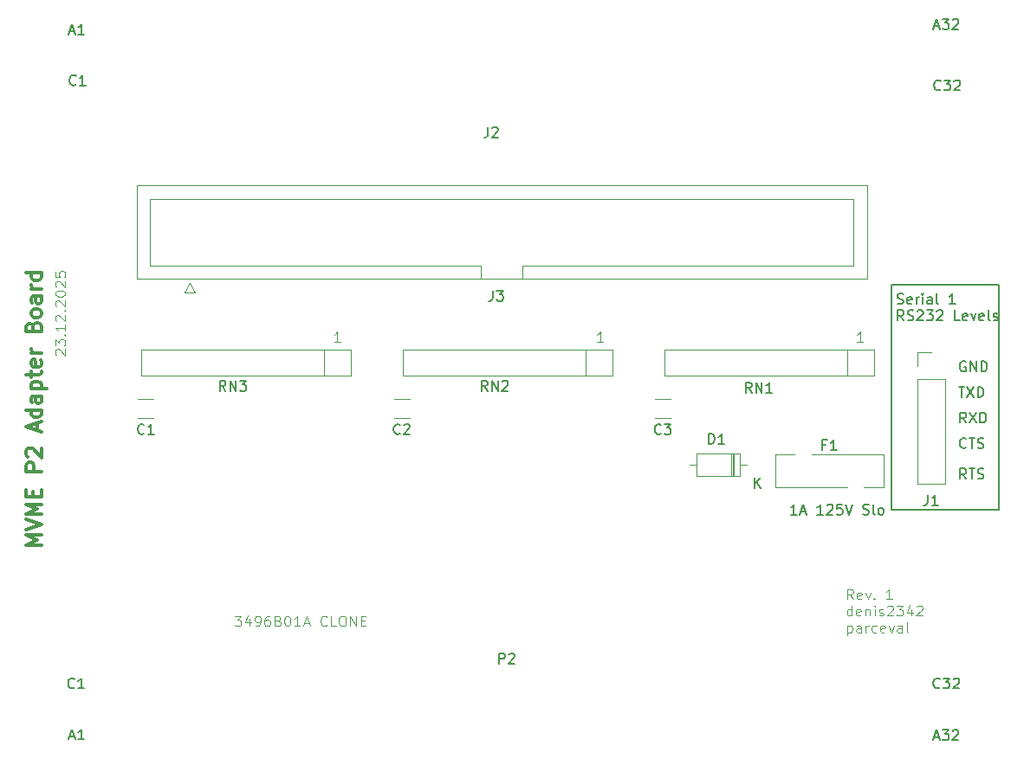
<source format=gbr>
%TF.GenerationSoftware,KiCad,Pcbnew,9.0.6*%
%TF.CreationDate,2025-12-23T22:05:24+01:00*%
%TF.ProjectId,MVME712M_P2_Adapter,4d564d45-3731-4324-9d5f-50325f416461,rev?*%
%TF.SameCoordinates,Original*%
%TF.FileFunction,Legend,Top*%
%TF.FilePolarity,Positive*%
%FSLAX46Y46*%
G04 Gerber Fmt 4.6, Leading zero omitted, Abs format (unit mm)*
G04 Created by KiCad (PCBNEW 9.0.6) date 2025-12-23 22:05:24*
%MOMM*%
%LPD*%
G01*
G04 APERTURE LIST*
%ADD10C,0.150000*%
%ADD11C,0.100000*%
%ADD12C,0.300000*%
%ADD13C,0.120000*%
G04 APERTURE END LIST*
D10*
X122650000Y-64400000D02*
X133150000Y-64400000D01*
X133150000Y-86400000D01*
X122650000Y-86400000D01*
X122650000Y-64400000D01*
X129908207Y-83369819D02*
X129574874Y-82893628D01*
X129336779Y-83369819D02*
X129336779Y-82369819D01*
X129336779Y-82369819D02*
X129717731Y-82369819D01*
X129717731Y-82369819D02*
X129812969Y-82417438D01*
X129812969Y-82417438D02*
X129860588Y-82465057D01*
X129860588Y-82465057D02*
X129908207Y-82560295D01*
X129908207Y-82560295D02*
X129908207Y-82703152D01*
X129908207Y-82703152D02*
X129860588Y-82798390D01*
X129860588Y-82798390D02*
X129812969Y-82846009D01*
X129812969Y-82846009D02*
X129717731Y-82893628D01*
X129717731Y-82893628D02*
X129336779Y-82893628D01*
X130193922Y-82369819D02*
X130765350Y-82369819D01*
X130479636Y-83369819D02*
X130479636Y-82369819D01*
X131051065Y-83322200D02*
X131193922Y-83369819D01*
X131193922Y-83369819D02*
X131432017Y-83369819D01*
X131432017Y-83369819D02*
X131527255Y-83322200D01*
X131527255Y-83322200D02*
X131574874Y-83274580D01*
X131574874Y-83274580D02*
X131622493Y-83179342D01*
X131622493Y-83179342D02*
X131622493Y-83084104D01*
X131622493Y-83084104D02*
X131574874Y-82988866D01*
X131574874Y-82988866D02*
X131527255Y-82941247D01*
X131527255Y-82941247D02*
X131432017Y-82893628D01*
X131432017Y-82893628D02*
X131241541Y-82846009D01*
X131241541Y-82846009D02*
X131146303Y-82798390D01*
X131146303Y-82798390D02*
X131098684Y-82750771D01*
X131098684Y-82750771D02*
X131051065Y-82655533D01*
X131051065Y-82655533D02*
X131051065Y-82560295D01*
X131051065Y-82560295D02*
X131098684Y-82465057D01*
X131098684Y-82465057D02*
X131146303Y-82417438D01*
X131146303Y-82417438D02*
X131241541Y-82369819D01*
X131241541Y-82369819D02*
X131479636Y-82369819D01*
X131479636Y-82369819D02*
X131622493Y-82417438D01*
D11*
X58435596Y-96768419D02*
X59054643Y-96768419D01*
X59054643Y-96768419D02*
X58721310Y-97149371D01*
X58721310Y-97149371D02*
X58864167Y-97149371D01*
X58864167Y-97149371D02*
X58959405Y-97196990D01*
X58959405Y-97196990D02*
X59007024Y-97244609D01*
X59007024Y-97244609D02*
X59054643Y-97339847D01*
X59054643Y-97339847D02*
X59054643Y-97577942D01*
X59054643Y-97577942D02*
X59007024Y-97673180D01*
X59007024Y-97673180D02*
X58959405Y-97720800D01*
X58959405Y-97720800D02*
X58864167Y-97768419D01*
X58864167Y-97768419D02*
X58578453Y-97768419D01*
X58578453Y-97768419D02*
X58483215Y-97720800D01*
X58483215Y-97720800D02*
X58435596Y-97673180D01*
X59911786Y-97101752D02*
X59911786Y-97768419D01*
X59673691Y-96720800D02*
X59435596Y-97435085D01*
X59435596Y-97435085D02*
X60054643Y-97435085D01*
X60483215Y-97768419D02*
X60673691Y-97768419D01*
X60673691Y-97768419D02*
X60768929Y-97720800D01*
X60768929Y-97720800D02*
X60816548Y-97673180D01*
X60816548Y-97673180D02*
X60911786Y-97530323D01*
X60911786Y-97530323D02*
X60959405Y-97339847D01*
X60959405Y-97339847D02*
X60959405Y-96958895D01*
X60959405Y-96958895D02*
X60911786Y-96863657D01*
X60911786Y-96863657D02*
X60864167Y-96816038D01*
X60864167Y-96816038D02*
X60768929Y-96768419D01*
X60768929Y-96768419D02*
X60578453Y-96768419D01*
X60578453Y-96768419D02*
X60483215Y-96816038D01*
X60483215Y-96816038D02*
X60435596Y-96863657D01*
X60435596Y-96863657D02*
X60387977Y-96958895D01*
X60387977Y-96958895D02*
X60387977Y-97196990D01*
X60387977Y-97196990D02*
X60435596Y-97292228D01*
X60435596Y-97292228D02*
X60483215Y-97339847D01*
X60483215Y-97339847D02*
X60578453Y-97387466D01*
X60578453Y-97387466D02*
X60768929Y-97387466D01*
X60768929Y-97387466D02*
X60864167Y-97339847D01*
X60864167Y-97339847D02*
X60911786Y-97292228D01*
X60911786Y-97292228D02*
X60959405Y-97196990D01*
X61816548Y-96768419D02*
X61626072Y-96768419D01*
X61626072Y-96768419D02*
X61530834Y-96816038D01*
X61530834Y-96816038D02*
X61483215Y-96863657D01*
X61483215Y-96863657D02*
X61387977Y-97006514D01*
X61387977Y-97006514D02*
X61340358Y-97196990D01*
X61340358Y-97196990D02*
X61340358Y-97577942D01*
X61340358Y-97577942D02*
X61387977Y-97673180D01*
X61387977Y-97673180D02*
X61435596Y-97720800D01*
X61435596Y-97720800D02*
X61530834Y-97768419D01*
X61530834Y-97768419D02*
X61721310Y-97768419D01*
X61721310Y-97768419D02*
X61816548Y-97720800D01*
X61816548Y-97720800D02*
X61864167Y-97673180D01*
X61864167Y-97673180D02*
X61911786Y-97577942D01*
X61911786Y-97577942D02*
X61911786Y-97339847D01*
X61911786Y-97339847D02*
X61864167Y-97244609D01*
X61864167Y-97244609D02*
X61816548Y-97196990D01*
X61816548Y-97196990D02*
X61721310Y-97149371D01*
X61721310Y-97149371D02*
X61530834Y-97149371D01*
X61530834Y-97149371D02*
X61435596Y-97196990D01*
X61435596Y-97196990D02*
X61387977Y-97244609D01*
X61387977Y-97244609D02*
X61340358Y-97339847D01*
X62673691Y-97244609D02*
X62816548Y-97292228D01*
X62816548Y-97292228D02*
X62864167Y-97339847D01*
X62864167Y-97339847D02*
X62911786Y-97435085D01*
X62911786Y-97435085D02*
X62911786Y-97577942D01*
X62911786Y-97577942D02*
X62864167Y-97673180D01*
X62864167Y-97673180D02*
X62816548Y-97720800D01*
X62816548Y-97720800D02*
X62721310Y-97768419D01*
X62721310Y-97768419D02*
X62340358Y-97768419D01*
X62340358Y-97768419D02*
X62340358Y-96768419D01*
X62340358Y-96768419D02*
X62673691Y-96768419D01*
X62673691Y-96768419D02*
X62768929Y-96816038D01*
X62768929Y-96816038D02*
X62816548Y-96863657D01*
X62816548Y-96863657D02*
X62864167Y-96958895D01*
X62864167Y-96958895D02*
X62864167Y-97054133D01*
X62864167Y-97054133D02*
X62816548Y-97149371D01*
X62816548Y-97149371D02*
X62768929Y-97196990D01*
X62768929Y-97196990D02*
X62673691Y-97244609D01*
X62673691Y-97244609D02*
X62340358Y-97244609D01*
X63530834Y-96768419D02*
X63626072Y-96768419D01*
X63626072Y-96768419D02*
X63721310Y-96816038D01*
X63721310Y-96816038D02*
X63768929Y-96863657D01*
X63768929Y-96863657D02*
X63816548Y-96958895D01*
X63816548Y-96958895D02*
X63864167Y-97149371D01*
X63864167Y-97149371D02*
X63864167Y-97387466D01*
X63864167Y-97387466D02*
X63816548Y-97577942D01*
X63816548Y-97577942D02*
X63768929Y-97673180D01*
X63768929Y-97673180D02*
X63721310Y-97720800D01*
X63721310Y-97720800D02*
X63626072Y-97768419D01*
X63626072Y-97768419D02*
X63530834Y-97768419D01*
X63530834Y-97768419D02*
X63435596Y-97720800D01*
X63435596Y-97720800D02*
X63387977Y-97673180D01*
X63387977Y-97673180D02*
X63340358Y-97577942D01*
X63340358Y-97577942D02*
X63292739Y-97387466D01*
X63292739Y-97387466D02*
X63292739Y-97149371D01*
X63292739Y-97149371D02*
X63340358Y-96958895D01*
X63340358Y-96958895D02*
X63387977Y-96863657D01*
X63387977Y-96863657D02*
X63435596Y-96816038D01*
X63435596Y-96816038D02*
X63530834Y-96768419D01*
X64816548Y-97768419D02*
X64245120Y-97768419D01*
X64530834Y-97768419D02*
X64530834Y-96768419D01*
X64530834Y-96768419D02*
X64435596Y-96911276D01*
X64435596Y-96911276D02*
X64340358Y-97006514D01*
X64340358Y-97006514D02*
X64245120Y-97054133D01*
X65197501Y-97482704D02*
X65673691Y-97482704D01*
X65102263Y-97768419D02*
X65435596Y-96768419D01*
X65435596Y-96768419D02*
X65768929Y-97768419D01*
X67435596Y-97673180D02*
X67387977Y-97720800D01*
X67387977Y-97720800D02*
X67245120Y-97768419D01*
X67245120Y-97768419D02*
X67149882Y-97768419D01*
X67149882Y-97768419D02*
X67007025Y-97720800D01*
X67007025Y-97720800D02*
X66911787Y-97625561D01*
X66911787Y-97625561D02*
X66864168Y-97530323D01*
X66864168Y-97530323D02*
X66816549Y-97339847D01*
X66816549Y-97339847D02*
X66816549Y-97196990D01*
X66816549Y-97196990D02*
X66864168Y-97006514D01*
X66864168Y-97006514D02*
X66911787Y-96911276D01*
X66911787Y-96911276D02*
X67007025Y-96816038D01*
X67007025Y-96816038D02*
X67149882Y-96768419D01*
X67149882Y-96768419D02*
X67245120Y-96768419D01*
X67245120Y-96768419D02*
X67387977Y-96816038D01*
X67387977Y-96816038D02*
X67435596Y-96863657D01*
X68340358Y-97768419D02*
X67864168Y-97768419D01*
X67864168Y-97768419D02*
X67864168Y-96768419D01*
X68864168Y-96768419D02*
X69054644Y-96768419D01*
X69054644Y-96768419D02*
X69149882Y-96816038D01*
X69149882Y-96816038D02*
X69245120Y-96911276D01*
X69245120Y-96911276D02*
X69292739Y-97101752D01*
X69292739Y-97101752D02*
X69292739Y-97435085D01*
X69292739Y-97435085D02*
X69245120Y-97625561D01*
X69245120Y-97625561D02*
X69149882Y-97720800D01*
X69149882Y-97720800D02*
X69054644Y-97768419D01*
X69054644Y-97768419D02*
X68864168Y-97768419D01*
X68864168Y-97768419D02*
X68768930Y-97720800D01*
X68768930Y-97720800D02*
X68673692Y-97625561D01*
X68673692Y-97625561D02*
X68626073Y-97435085D01*
X68626073Y-97435085D02*
X68626073Y-97101752D01*
X68626073Y-97101752D02*
X68673692Y-96911276D01*
X68673692Y-96911276D02*
X68768930Y-96816038D01*
X68768930Y-96816038D02*
X68864168Y-96768419D01*
X69721311Y-97768419D02*
X69721311Y-96768419D01*
X69721311Y-96768419D02*
X70292739Y-97768419D01*
X70292739Y-97768419D02*
X70292739Y-96768419D01*
X70768930Y-97244609D02*
X71102263Y-97244609D01*
X71245120Y-97768419D02*
X70768930Y-97768419D01*
X70768930Y-97768419D02*
X70768930Y-96768419D01*
X70768930Y-96768419D02*
X71245120Y-96768419D01*
D10*
X42908207Y-44774580D02*
X42860588Y-44822200D01*
X42860588Y-44822200D02*
X42717731Y-44869819D01*
X42717731Y-44869819D02*
X42622493Y-44869819D01*
X42622493Y-44869819D02*
X42479636Y-44822200D01*
X42479636Y-44822200D02*
X42384398Y-44726961D01*
X42384398Y-44726961D02*
X42336779Y-44631723D01*
X42336779Y-44631723D02*
X42289160Y-44441247D01*
X42289160Y-44441247D02*
X42289160Y-44298390D01*
X42289160Y-44298390D02*
X42336779Y-44107914D01*
X42336779Y-44107914D02*
X42384398Y-44012676D01*
X42384398Y-44012676D02*
X42479636Y-43917438D01*
X42479636Y-43917438D02*
X42622493Y-43869819D01*
X42622493Y-43869819D02*
X42717731Y-43869819D01*
X42717731Y-43869819D02*
X42860588Y-43917438D01*
X42860588Y-43917438D02*
X42908207Y-43965057D01*
X43860588Y-44869819D02*
X43289160Y-44869819D01*
X43574874Y-44869819D02*
X43574874Y-43869819D01*
X43574874Y-43869819D02*
X43479636Y-44012676D01*
X43479636Y-44012676D02*
X43384398Y-44107914D01*
X43384398Y-44107914D02*
X43289160Y-44155533D01*
D11*
X94427693Y-69972419D02*
X93856265Y-69972419D01*
X94141979Y-69972419D02*
X94141979Y-68972419D01*
X94141979Y-68972419D02*
X94046741Y-69115276D01*
X94046741Y-69115276D02*
X93951503Y-69210514D01*
X93951503Y-69210514D02*
X93856265Y-69258133D01*
X40967657Y-71243734D02*
X40920038Y-71196115D01*
X40920038Y-71196115D02*
X40872419Y-71100877D01*
X40872419Y-71100877D02*
X40872419Y-70862782D01*
X40872419Y-70862782D02*
X40920038Y-70767544D01*
X40920038Y-70767544D02*
X40967657Y-70719925D01*
X40967657Y-70719925D02*
X41062895Y-70672306D01*
X41062895Y-70672306D02*
X41158133Y-70672306D01*
X41158133Y-70672306D02*
X41300990Y-70719925D01*
X41300990Y-70719925D02*
X41872419Y-71291353D01*
X41872419Y-71291353D02*
X41872419Y-70672306D01*
X40872419Y-70338972D02*
X40872419Y-69719925D01*
X40872419Y-69719925D02*
X41253371Y-70053258D01*
X41253371Y-70053258D02*
X41253371Y-69910401D01*
X41253371Y-69910401D02*
X41300990Y-69815163D01*
X41300990Y-69815163D02*
X41348609Y-69767544D01*
X41348609Y-69767544D02*
X41443847Y-69719925D01*
X41443847Y-69719925D02*
X41681942Y-69719925D01*
X41681942Y-69719925D02*
X41777180Y-69767544D01*
X41777180Y-69767544D02*
X41824800Y-69815163D01*
X41824800Y-69815163D02*
X41872419Y-69910401D01*
X41872419Y-69910401D02*
X41872419Y-70196115D01*
X41872419Y-70196115D02*
X41824800Y-70291353D01*
X41824800Y-70291353D02*
X41777180Y-70338972D01*
X41777180Y-69291353D02*
X41824800Y-69243734D01*
X41824800Y-69243734D02*
X41872419Y-69291353D01*
X41872419Y-69291353D02*
X41824800Y-69338972D01*
X41824800Y-69338972D02*
X41777180Y-69291353D01*
X41777180Y-69291353D02*
X41872419Y-69291353D01*
X41872419Y-68291354D02*
X41872419Y-68862782D01*
X41872419Y-68577068D02*
X40872419Y-68577068D01*
X40872419Y-68577068D02*
X41015276Y-68672306D01*
X41015276Y-68672306D02*
X41110514Y-68767544D01*
X41110514Y-68767544D02*
X41158133Y-68862782D01*
X40967657Y-67910401D02*
X40920038Y-67862782D01*
X40920038Y-67862782D02*
X40872419Y-67767544D01*
X40872419Y-67767544D02*
X40872419Y-67529449D01*
X40872419Y-67529449D02*
X40920038Y-67434211D01*
X40920038Y-67434211D02*
X40967657Y-67386592D01*
X40967657Y-67386592D02*
X41062895Y-67338973D01*
X41062895Y-67338973D02*
X41158133Y-67338973D01*
X41158133Y-67338973D02*
X41300990Y-67386592D01*
X41300990Y-67386592D02*
X41872419Y-67958020D01*
X41872419Y-67958020D02*
X41872419Y-67338973D01*
X41777180Y-66910401D02*
X41824800Y-66862782D01*
X41824800Y-66862782D02*
X41872419Y-66910401D01*
X41872419Y-66910401D02*
X41824800Y-66958020D01*
X41824800Y-66958020D02*
X41777180Y-66910401D01*
X41777180Y-66910401D02*
X41872419Y-66910401D01*
X40967657Y-66481830D02*
X40920038Y-66434211D01*
X40920038Y-66434211D02*
X40872419Y-66338973D01*
X40872419Y-66338973D02*
X40872419Y-66100878D01*
X40872419Y-66100878D02*
X40920038Y-66005640D01*
X40920038Y-66005640D02*
X40967657Y-65958021D01*
X40967657Y-65958021D02*
X41062895Y-65910402D01*
X41062895Y-65910402D02*
X41158133Y-65910402D01*
X41158133Y-65910402D02*
X41300990Y-65958021D01*
X41300990Y-65958021D02*
X41872419Y-66529449D01*
X41872419Y-66529449D02*
X41872419Y-65910402D01*
X40872419Y-65291354D02*
X40872419Y-65196116D01*
X40872419Y-65196116D02*
X40920038Y-65100878D01*
X40920038Y-65100878D02*
X40967657Y-65053259D01*
X40967657Y-65053259D02*
X41062895Y-65005640D01*
X41062895Y-65005640D02*
X41253371Y-64958021D01*
X41253371Y-64958021D02*
X41491466Y-64958021D01*
X41491466Y-64958021D02*
X41681942Y-65005640D01*
X41681942Y-65005640D02*
X41777180Y-65053259D01*
X41777180Y-65053259D02*
X41824800Y-65100878D01*
X41824800Y-65100878D02*
X41872419Y-65196116D01*
X41872419Y-65196116D02*
X41872419Y-65291354D01*
X41872419Y-65291354D02*
X41824800Y-65386592D01*
X41824800Y-65386592D02*
X41777180Y-65434211D01*
X41777180Y-65434211D02*
X41681942Y-65481830D01*
X41681942Y-65481830D02*
X41491466Y-65529449D01*
X41491466Y-65529449D02*
X41253371Y-65529449D01*
X41253371Y-65529449D02*
X41062895Y-65481830D01*
X41062895Y-65481830D02*
X40967657Y-65434211D01*
X40967657Y-65434211D02*
X40920038Y-65386592D01*
X40920038Y-65386592D02*
X40872419Y-65291354D01*
X40967657Y-64577068D02*
X40920038Y-64529449D01*
X40920038Y-64529449D02*
X40872419Y-64434211D01*
X40872419Y-64434211D02*
X40872419Y-64196116D01*
X40872419Y-64196116D02*
X40920038Y-64100878D01*
X40920038Y-64100878D02*
X40967657Y-64053259D01*
X40967657Y-64053259D02*
X41062895Y-64005640D01*
X41062895Y-64005640D02*
X41158133Y-64005640D01*
X41158133Y-64005640D02*
X41300990Y-64053259D01*
X41300990Y-64053259D02*
X41872419Y-64624687D01*
X41872419Y-64624687D02*
X41872419Y-64005640D01*
X40872419Y-63100878D02*
X40872419Y-63577068D01*
X40872419Y-63577068D02*
X41348609Y-63624687D01*
X41348609Y-63624687D02*
X41300990Y-63577068D01*
X41300990Y-63577068D02*
X41253371Y-63481830D01*
X41253371Y-63481830D02*
X41253371Y-63243735D01*
X41253371Y-63243735D02*
X41300990Y-63148497D01*
X41300990Y-63148497D02*
X41348609Y-63100878D01*
X41348609Y-63100878D02*
X41443847Y-63053259D01*
X41443847Y-63053259D02*
X41681942Y-63053259D01*
X41681942Y-63053259D02*
X41777180Y-63100878D01*
X41777180Y-63100878D02*
X41824800Y-63148497D01*
X41824800Y-63148497D02*
X41872419Y-63243735D01*
X41872419Y-63243735D02*
X41872419Y-63481830D01*
X41872419Y-63481830D02*
X41824800Y-63577068D01*
X41824800Y-63577068D02*
X41777180Y-63624687D01*
D10*
X123189160Y-66212256D02*
X123332017Y-66259875D01*
X123332017Y-66259875D02*
X123570112Y-66259875D01*
X123570112Y-66259875D02*
X123665350Y-66212256D01*
X123665350Y-66212256D02*
X123712969Y-66164636D01*
X123712969Y-66164636D02*
X123760588Y-66069398D01*
X123760588Y-66069398D02*
X123760588Y-65974160D01*
X123760588Y-65974160D02*
X123712969Y-65878922D01*
X123712969Y-65878922D02*
X123665350Y-65831303D01*
X123665350Y-65831303D02*
X123570112Y-65783684D01*
X123570112Y-65783684D02*
X123379636Y-65736065D01*
X123379636Y-65736065D02*
X123284398Y-65688446D01*
X123284398Y-65688446D02*
X123236779Y-65640827D01*
X123236779Y-65640827D02*
X123189160Y-65545589D01*
X123189160Y-65545589D02*
X123189160Y-65450351D01*
X123189160Y-65450351D02*
X123236779Y-65355113D01*
X123236779Y-65355113D02*
X123284398Y-65307494D01*
X123284398Y-65307494D02*
X123379636Y-65259875D01*
X123379636Y-65259875D02*
X123617731Y-65259875D01*
X123617731Y-65259875D02*
X123760588Y-65307494D01*
X124570112Y-66212256D02*
X124474874Y-66259875D01*
X124474874Y-66259875D02*
X124284398Y-66259875D01*
X124284398Y-66259875D02*
X124189160Y-66212256D01*
X124189160Y-66212256D02*
X124141541Y-66117017D01*
X124141541Y-66117017D02*
X124141541Y-65736065D01*
X124141541Y-65736065D02*
X124189160Y-65640827D01*
X124189160Y-65640827D02*
X124284398Y-65593208D01*
X124284398Y-65593208D02*
X124474874Y-65593208D01*
X124474874Y-65593208D02*
X124570112Y-65640827D01*
X124570112Y-65640827D02*
X124617731Y-65736065D01*
X124617731Y-65736065D02*
X124617731Y-65831303D01*
X124617731Y-65831303D02*
X124141541Y-65926541D01*
X125046303Y-66259875D02*
X125046303Y-65593208D01*
X125046303Y-65783684D02*
X125093922Y-65688446D01*
X125093922Y-65688446D02*
X125141541Y-65640827D01*
X125141541Y-65640827D02*
X125236779Y-65593208D01*
X125236779Y-65593208D02*
X125332017Y-65593208D01*
X125665351Y-66259875D02*
X125665351Y-65593208D01*
X125665351Y-65259875D02*
X125617732Y-65307494D01*
X125617732Y-65307494D02*
X125665351Y-65355113D01*
X125665351Y-65355113D02*
X125712970Y-65307494D01*
X125712970Y-65307494D02*
X125665351Y-65259875D01*
X125665351Y-65259875D02*
X125665351Y-65355113D01*
X126570112Y-66259875D02*
X126570112Y-65736065D01*
X126570112Y-65736065D02*
X126522493Y-65640827D01*
X126522493Y-65640827D02*
X126427255Y-65593208D01*
X126427255Y-65593208D02*
X126236779Y-65593208D01*
X126236779Y-65593208D02*
X126141541Y-65640827D01*
X126570112Y-66212256D02*
X126474874Y-66259875D01*
X126474874Y-66259875D02*
X126236779Y-66259875D01*
X126236779Y-66259875D02*
X126141541Y-66212256D01*
X126141541Y-66212256D02*
X126093922Y-66117017D01*
X126093922Y-66117017D02*
X126093922Y-66021779D01*
X126093922Y-66021779D02*
X126141541Y-65926541D01*
X126141541Y-65926541D02*
X126236779Y-65878922D01*
X126236779Y-65878922D02*
X126474874Y-65878922D01*
X126474874Y-65878922D02*
X126570112Y-65831303D01*
X127189160Y-66259875D02*
X127093922Y-66212256D01*
X127093922Y-66212256D02*
X127046303Y-66117017D01*
X127046303Y-66117017D02*
X127046303Y-65259875D01*
X128855827Y-66259875D02*
X128284399Y-66259875D01*
X128570113Y-66259875D02*
X128570113Y-65259875D01*
X128570113Y-65259875D02*
X128474875Y-65402732D01*
X128474875Y-65402732D02*
X128379637Y-65497970D01*
X128379637Y-65497970D02*
X128284399Y-65545589D01*
X123808207Y-67869819D02*
X123474874Y-67393628D01*
X123236779Y-67869819D02*
X123236779Y-66869819D01*
X123236779Y-66869819D02*
X123617731Y-66869819D01*
X123617731Y-66869819D02*
X123712969Y-66917438D01*
X123712969Y-66917438D02*
X123760588Y-66965057D01*
X123760588Y-66965057D02*
X123808207Y-67060295D01*
X123808207Y-67060295D02*
X123808207Y-67203152D01*
X123808207Y-67203152D02*
X123760588Y-67298390D01*
X123760588Y-67298390D02*
X123712969Y-67346009D01*
X123712969Y-67346009D02*
X123617731Y-67393628D01*
X123617731Y-67393628D02*
X123236779Y-67393628D01*
X124189160Y-67822200D02*
X124332017Y-67869819D01*
X124332017Y-67869819D02*
X124570112Y-67869819D01*
X124570112Y-67869819D02*
X124665350Y-67822200D01*
X124665350Y-67822200D02*
X124712969Y-67774580D01*
X124712969Y-67774580D02*
X124760588Y-67679342D01*
X124760588Y-67679342D02*
X124760588Y-67584104D01*
X124760588Y-67584104D02*
X124712969Y-67488866D01*
X124712969Y-67488866D02*
X124665350Y-67441247D01*
X124665350Y-67441247D02*
X124570112Y-67393628D01*
X124570112Y-67393628D02*
X124379636Y-67346009D01*
X124379636Y-67346009D02*
X124284398Y-67298390D01*
X124284398Y-67298390D02*
X124236779Y-67250771D01*
X124236779Y-67250771D02*
X124189160Y-67155533D01*
X124189160Y-67155533D02*
X124189160Y-67060295D01*
X124189160Y-67060295D02*
X124236779Y-66965057D01*
X124236779Y-66965057D02*
X124284398Y-66917438D01*
X124284398Y-66917438D02*
X124379636Y-66869819D01*
X124379636Y-66869819D02*
X124617731Y-66869819D01*
X124617731Y-66869819D02*
X124760588Y-66917438D01*
X125141541Y-66965057D02*
X125189160Y-66917438D01*
X125189160Y-66917438D02*
X125284398Y-66869819D01*
X125284398Y-66869819D02*
X125522493Y-66869819D01*
X125522493Y-66869819D02*
X125617731Y-66917438D01*
X125617731Y-66917438D02*
X125665350Y-66965057D01*
X125665350Y-66965057D02*
X125712969Y-67060295D01*
X125712969Y-67060295D02*
X125712969Y-67155533D01*
X125712969Y-67155533D02*
X125665350Y-67298390D01*
X125665350Y-67298390D02*
X125093922Y-67869819D01*
X125093922Y-67869819D02*
X125712969Y-67869819D01*
X126046303Y-66869819D02*
X126665350Y-66869819D01*
X126665350Y-66869819D02*
X126332017Y-67250771D01*
X126332017Y-67250771D02*
X126474874Y-67250771D01*
X126474874Y-67250771D02*
X126570112Y-67298390D01*
X126570112Y-67298390D02*
X126617731Y-67346009D01*
X126617731Y-67346009D02*
X126665350Y-67441247D01*
X126665350Y-67441247D02*
X126665350Y-67679342D01*
X126665350Y-67679342D02*
X126617731Y-67774580D01*
X126617731Y-67774580D02*
X126570112Y-67822200D01*
X126570112Y-67822200D02*
X126474874Y-67869819D01*
X126474874Y-67869819D02*
X126189160Y-67869819D01*
X126189160Y-67869819D02*
X126093922Y-67822200D01*
X126093922Y-67822200D02*
X126046303Y-67774580D01*
X127046303Y-66965057D02*
X127093922Y-66917438D01*
X127093922Y-66917438D02*
X127189160Y-66869819D01*
X127189160Y-66869819D02*
X127427255Y-66869819D01*
X127427255Y-66869819D02*
X127522493Y-66917438D01*
X127522493Y-66917438D02*
X127570112Y-66965057D01*
X127570112Y-66965057D02*
X127617731Y-67060295D01*
X127617731Y-67060295D02*
X127617731Y-67155533D01*
X127617731Y-67155533D02*
X127570112Y-67298390D01*
X127570112Y-67298390D02*
X126998684Y-67869819D01*
X126998684Y-67869819D02*
X127617731Y-67869819D01*
X129284398Y-67869819D02*
X128808208Y-67869819D01*
X128808208Y-67869819D02*
X128808208Y-66869819D01*
X129998684Y-67822200D02*
X129903446Y-67869819D01*
X129903446Y-67869819D02*
X129712970Y-67869819D01*
X129712970Y-67869819D02*
X129617732Y-67822200D01*
X129617732Y-67822200D02*
X129570113Y-67726961D01*
X129570113Y-67726961D02*
X129570113Y-67346009D01*
X129570113Y-67346009D02*
X129617732Y-67250771D01*
X129617732Y-67250771D02*
X129712970Y-67203152D01*
X129712970Y-67203152D02*
X129903446Y-67203152D01*
X129903446Y-67203152D02*
X129998684Y-67250771D01*
X129998684Y-67250771D02*
X130046303Y-67346009D01*
X130046303Y-67346009D02*
X130046303Y-67441247D01*
X130046303Y-67441247D02*
X129570113Y-67536485D01*
X130379637Y-67203152D02*
X130617732Y-67869819D01*
X130617732Y-67869819D02*
X130855827Y-67203152D01*
X131617732Y-67822200D02*
X131522494Y-67869819D01*
X131522494Y-67869819D02*
X131332018Y-67869819D01*
X131332018Y-67869819D02*
X131236780Y-67822200D01*
X131236780Y-67822200D02*
X131189161Y-67726961D01*
X131189161Y-67726961D02*
X131189161Y-67346009D01*
X131189161Y-67346009D02*
X131236780Y-67250771D01*
X131236780Y-67250771D02*
X131332018Y-67203152D01*
X131332018Y-67203152D02*
X131522494Y-67203152D01*
X131522494Y-67203152D02*
X131617732Y-67250771D01*
X131617732Y-67250771D02*
X131665351Y-67346009D01*
X131665351Y-67346009D02*
X131665351Y-67441247D01*
X131665351Y-67441247D02*
X131189161Y-67536485D01*
X132236780Y-67869819D02*
X132141542Y-67822200D01*
X132141542Y-67822200D02*
X132093923Y-67726961D01*
X132093923Y-67726961D02*
X132093923Y-66869819D01*
X132570114Y-67822200D02*
X132665352Y-67869819D01*
X132665352Y-67869819D02*
X132855828Y-67869819D01*
X132855828Y-67869819D02*
X132951066Y-67822200D01*
X132951066Y-67822200D02*
X132998685Y-67726961D01*
X132998685Y-67726961D02*
X132998685Y-67679342D01*
X132998685Y-67679342D02*
X132951066Y-67584104D01*
X132951066Y-67584104D02*
X132855828Y-67536485D01*
X132855828Y-67536485D02*
X132712971Y-67536485D01*
X132712971Y-67536485D02*
X132617733Y-67488866D01*
X132617733Y-67488866D02*
X132570114Y-67393628D01*
X132570114Y-67393628D02*
X132570114Y-67346009D01*
X132570114Y-67346009D02*
X132617733Y-67250771D01*
X132617733Y-67250771D02*
X132712971Y-67203152D01*
X132712971Y-67203152D02*
X132855828Y-67203152D01*
X132855828Y-67203152D02*
X132951066Y-67250771D01*
X127408207Y-45274580D02*
X127360588Y-45322200D01*
X127360588Y-45322200D02*
X127217731Y-45369819D01*
X127217731Y-45369819D02*
X127122493Y-45369819D01*
X127122493Y-45369819D02*
X126979636Y-45322200D01*
X126979636Y-45322200D02*
X126884398Y-45226961D01*
X126884398Y-45226961D02*
X126836779Y-45131723D01*
X126836779Y-45131723D02*
X126789160Y-44941247D01*
X126789160Y-44941247D02*
X126789160Y-44798390D01*
X126789160Y-44798390D02*
X126836779Y-44607914D01*
X126836779Y-44607914D02*
X126884398Y-44512676D01*
X126884398Y-44512676D02*
X126979636Y-44417438D01*
X126979636Y-44417438D02*
X127122493Y-44369819D01*
X127122493Y-44369819D02*
X127217731Y-44369819D01*
X127217731Y-44369819D02*
X127360588Y-44417438D01*
X127360588Y-44417438D02*
X127408207Y-44465057D01*
X127741541Y-44369819D02*
X128360588Y-44369819D01*
X128360588Y-44369819D02*
X128027255Y-44750771D01*
X128027255Y-44750771D02*
X128170112Y-44750771D01*
X128170112Y-44750771D02*
X128265350Y-44798390D01*
X128265350Y-44798390D02*
X128312969Y-44846009D01*
X128312969Y-44846009D02*
X128360588Y-44941247D01*
X128360588Y-44941247D02*
X128360588Y-45179342D01*
X128360588Y-45179342D02*
X128312969Y-45274580D01*
X128312969Y-45274580D02*
X128265350Y-45322200D01*
X128265350Y-45322200D02*
X128170112Y-45369819D01*
X128170112Y-45369819D02*
X127884398Y-45369819D01*
X127884398Y-45369819D02*
X127789160Y-45322200D01*
X127789160Y-45322200D02*
X127741541Y-45274580D01*
X128741541Y-44465057D02*
X128789160Y-44417438D01*
X128789160Y-44417438D02*
X128884398Y-44369819D01*
X128884398Y-44369819D02*
X129122493Y-44369819D01*
X129122493Y-44369819D02*
X129217731Y-44417438D01*
X129217731Y-44417438D02*
X129265350Y-44465057D01*
X129265350Y-44465057D02*
X129312969Y-44560295D01*
X129312969Y-44560295D02*
X129312969Y-44655533D01*
X129312969Y-44655533D02*
X129265350Y-44798390D01*
X129265350Y-44798390D02*
X128693922Y-45369819D01*
X128693922Y-45369819D02*
X129312969Y-45369819D01*
D12*
X39527778Y-89841489D02*
X38027778Y-89841489D01*
X38027778Y-89841489D02*
X39099207Y-89341489D01*
X39099207Y-89341489D02*
X38027778Y-88841489D01*
X38027778Y-88841489D02*
X39527778Y-88841489D01*
X38027778Y-88341488D02*
X39527778Y-87841488D01*
X39527778Y-87841488D02*
X38027778Y-87341488D01*
X39527778Y-86841489D02*
X38027778Y-86841489D01*
X38027778Y-86841489D02*
X39099207Y-86341489D01*
X39099207Y-86341489D02*
X38027778Y-85841489D01*
X38027778Y-85841489D02*
X39527778Y-85841489D01*
X38742064Y-85127203D02*
X38742064Y-84627203D01*
X39527778Y-84412917D02*
X39527778Y-85127203D01*
X39527778Y-85127203D02*
X38027778Y-85127203D01*
X38027778Y-85127203D02*
X38027778Y-84412917D01*
X39527778Y-82627203D02*
X38027778Y-82627203D01*
X38027778Y-82627203D02*
X38027778Y-82055774D01*
X38027778Y-82055774D02*
X38099207Y-81912917D01*
X38099207Y-81912917D02*
X38170635Y-81841488D01*
X38170635Y-81841488D02*
X38313492Y-81770060D01*
X38313492Y-81770060D02*
X38527778Y-81770060D01*
X38527778Y-81770060D02*
X38670635Y-81841488D01*
X38670635Y-81841488D02*
X38742064Y-81912917D01*
X38742064Y-81912917D02*
X38813492Y-82055774D01*
X38813492Y-82055774D02*
X38813492Y-82627203D01*
X38170635Y-81198631D02*
X38099207Y-81127203D01*
X38099207Y-81127203D02*
X38027778Y-80984346D01*
X38027778Y-80984346D02*
X38027778Y-80627203D01*
X38027778Y-80627203D02*
X38099207Y-80484346D01*
X38099207Y-80484346D02*
X38170635Y-80412917D01*
X38170635Y-80412917D02*
X38313492Y-80341488D01*
X38313492Y-80341488D02*
X38456350Y-80341488D01*
X38456350Y-80341488D02*
X38670635Y-80412917D01*
X38670635Y-80412917D02*
X39527778Y-81270060D01*
X39527778Y-81270060D02*
X39527778Y-80341488D01*
X39099207Y-78627203D02*
X39099207Y-77912918D01*
X39527778Y-78770060D02*
X38027778Y-78270060D01*
X38027778Y-78270060D02*
X39527778Y-77770060D01*
X39527778Y-76627204D02*
X38027778Y-76627204D01*
X39456350Y-76627204D02*
X39527778Y-76770061D01*
X39527778Y-76770061D02*
X39527778Y-77055775D01*
X39527778Y-77055775D02*
X39456350Y-77198632D01*
X39456350Y-77198632D02*
X39384921Y-77270061D01*
X39384921Y-77270061D02*
X39242064Y-77341489D01*
X39242064Y-77341489D02*
X38813492Y-77341489D01*
X38813492Y-77341489D02*
X38670635Y-77270061D01*
X38670635Y-77270061D02*
X38599207Y-77198632D01*
X38599207Y-77198632D02*
X38527778Y-77055775D01*
X38527778Y-77055775D02*
X38527778Y-76770061D01*
X38527778Y-76770061D02*
X38599207Y-76627204D01*
X39527778Y-75270061D02*
X38742064Y-75270061D01*
X38742064Y-75270061D02*
X38599207Y-75341489D01*
X38599207Y-75341489D02*
X38527778Y-75484346D01*
X38527778Y-75484346D02*
X38527778Y-75770061D01*
X38527778Y-75770061D02*
X38599207Y-75912918D01*
X39456350Y-75270061D02*
X39527778Y-75412918D01*
X39527778Y-75412918D02*
X39527778Y-75770061D01*
X39527778Y-75770061D02*
X39456350Y-75912918D01*
X39456350Y-75912918D02*
X39313492Y-75984346D01*
X39313492Y-75984346D02*
X39170635Y-75984346D01*
X39170635Y-75984346D02*
X39027778Y-75912918D01*
X39027778Y-75912918D02*
X38956350Y-75770061D01*
X38956350Y-75770061D02*
X38956350Y-75412918D01*
X38956350Y-75412918D02*
X38884921Y-75270061D01*
X38527778Y-74555775D02*
X40027778Y-74555775D01*
X38599207Y-74555775D02*
X38527778Y-74412918D01*
X38527778Y-74412918D02*
X38527778Y-74127203D01*
X38527778Y-74127203D02*
X38599207Y-73984346D01*
X38599207Y-73984346D02*
X38670635Y-73912918D01*
X38670635Y-73912918D02*
X38813492Y-73841489D01*
X38813492Y-73841489D02*
X39242064Y-73841489D01*
X39242064Y-73841489D02*
X39384921Y-73912918D01*
X39384921Y-73912918D02*
X39456350Y-73984346D01*
X39456350Y-73984346D02*
X39527778Y-74127203D01*
X39527778Y-74127203D02*
X39527778Y-74412918D01*
X39527778Y-74412918D02*
X39456350Y-74555775D01*
X38527778Y-73412917D02*
X38527778Y-72841489D01*
X38027778Y-73198632D02*
X39313492Y-73198632D01*
X39313492Y-73198632D02*
X39456350Y-73127203D01*
X39456350Y-73127203D02*
X39527778Y-72984346D01*
X39527778Y-72984346D02*
X39527778Y-72841489D01*
X39456350Y-71770060D02*
X39527778Y-71912917D01*
X39527778Y-71912917D02*
X39527778Y-72198632D01*
X39527778Y-72198632D02*
X39456350Y-72341489D01*
X39456350Y-72341489D02*
X39313492Y-72412917D01*
X39313492Y-72412917D02*
X38742064Y-72412917D01*
X38742064Y-72412917D02*
X38599207Y-72341489D01*
X38599207Y-72341489D02*
X38527778Y-72198632D01*
X38527778Y-72198632D02*
X38527778Y-71912917D01*
X38527778Y-71912917D02*
X38599207Y-71770060D01*
X38599207Y-71770060D02*
X38742064Y-71698632D01*
X38742064Y-71698632D02*
X38884921Y-71698632D01*
X38884921Y-71698632D02*
X39027778Y-72412917D01*
X39527778Y-71055775D02*
X38527778Y-71055775D01*
X38813492Y-71055775D02*
X38670635Y-70984346D01*
X38670635Y-70984346D02*
X38599207Y-70912918D01*
X38599207Y-70912918D02*
X38527778Y-70770060D01*
X38527778Y-70770060D02*
X38527778Y-70627203D01*
X38742064Y-68484347D02*
X38813492Y-68270061D01*
X38813492Y-68270061D02*
X38884921Y-68198632D01*
X38884921Y-68198632D02*
X39027778Y-68127204D01*
X39027778Y-68127204D02*
X39242064Y-68127204D01*
X39242064Y-68127204D02*
X39384921Y-68198632D01*
X39384921Y-68198632D02*
X39456350Y-68270061D01*
X39456350Y-68270061D02*
X39527778Y-68412918D01*
X39527778Y-68412918D02*
X39527778Y-68984347D01*
X39527778Y-68984347D02*
X38027778Y-68984347D01*
X38027778Y-68984347D02*
X38027778Y-68484347D01*
X38027778Y-68484347D02*
X38099207Y-68341490D01*
X38099207Y-68341490D02*
X38170635Y-68270061D01*
X38170635Y-68270061D02*
X38313492Y-68198632D01*
X38313492Y-68198632D02*
X38456350Y-68198632D01*
X38456350Y-68198632D02*
X38599207Y-68270061D01*
X38599207Y-68270061D02*
X38670635Y-68341490D01*
X38670635Y-68341490D02*
X38742064Y-68484347D01*
X38742064Y-68484347D02*
X38742064Y-68984347D01*
X39527778Y-67270061D02*
X39456350Y-67412918D01*
X39456350Y-67412918D02*
X39384921Y-67484347D01*
X39384921Y-67484347D02*
X39242064Y-67555775D01*
X39242064Y-67555775D02*
X38813492Y-67555775D01*
X38813492Y-67555775D02*
X38670635Y-67484347D01*
X38670635Y-67484347D02*
X38599207Y-67412918D01*
X38599207Y-67412918D02*
X38527778Y-67270061D01*
X38527778Y-67270061D02*
X38527778Y-67055775D01*
X38527778Y-67055775D02*
X38599207Y-66912918D01*
X38599207Y-66912918D02*
X38670635Y-66841490D01*
X38670635Y-66841490D02*
X38813492Y-66770061D01*
X38813492Y-66770061D02*
X39242064Y-66770061D01*
X39242064Y-66770061D02*
X39384921Y-66841490D01*
X39384921Y-66841490D02*
X39456350Y-66912918D01*
X39456350Y-66912918D02*
X39527778Y-67055775D01*
X39527778Y-67055775D02*
X39527778Y-67270061D01*
X39527778Y-65484347D02*
X38742064Y-65484347D01*
X38742064Y-65484347D02*
X38599207Y-65555775D01*
X38599207Y-65555775D02*
X38527778Y-65698632D01*
X38527778Y-65698632D02*
X38527778Y-65984347D01*
X38527778Y-65984347D02*
X38599207Y-66127204D01*
X39456350Y-65484347D02*
X39527778Y-65627204D01*
X39527778Y-65627204D02*
X39527778Y-65984347D01*
X39527778Y-65984347D02*
X39456350Y-66127204D01*
X39456350Y-66127204D02*
X39313492Y-66198632D01*
X39313492Y-66198632D02*
X39170635Y-66198632D01*
X39170635Y-66198632D02*
X39027778Y-66127204D01*
X39027778Y-66127204D02*
X38956350Y-65984347D01*
X38956350Y-65984347D02*
X38956350Y-65627204D01*
X38956350Y-65627204D02*
X38884921Y-65484347D01*
X39527778Y-64770061D02*
X38527778Y-64770061D01*
X38813492Y-64770061D02*
X38670635Y-64698632D01*
X38670635Y-64698632D02*
X38599207Y-64627204D01*
X38599207Y-64627204D02*
X38527778Y-64484346D01*
X38527778Y-64484346D02*
X38527778Y-64341489D01*
X39527778Y-63198633D02*
X38027778Y-63198633D01*
X39456350Y-63198633D02*
X39527778Y-63341490D01*
X39527778Y-63341490D02*
X39527778Y-63627204D01*
X39527778Y-63627204D02*
X39456350Y-63770061D01*
X39456350Y-63770061D02*
X39384921Y-63841490D01*
X39384921Y-63841490D02*
X39242064Y-63912918D01*
X39242064Y-63912918D02*
X38813492Y-63912918D01*
X38813492Y-63912918D02*
X38670635Y-63841490D01*
X38670635Y-63841490D02*
X38599207Y-63770061D01*
X38599207Y-63770061D02*
X38527778Y-63627204D01*
X38527778Y-63627204D02*
X38527778Y-63341490D01*
X38527778Y-63341490D02*
X38599207Y-63198633D01*
D10*
X42289160Y-108584104D02*
X42765350Y-108584104D01*
X42193922Y-108869819D02*
X42527255Y-107869819D01*
X42527255Y-107869819D02*
X42860588Y-108869819D01*
X43717731Y-108869819D02*
X43146303Y-108869819D01*
X43432017Y-108869819D02*
X43432017Y-107869819D01*
X43432017Y-107869819D02*
X43336779Y-108012676D01*
X43336779Y-108012676D02*
X43241541Y-108107914D01*
X43241541Y-108107914D02*
X43146303Y-108155533D01*
X127336778Y-103774580D02*
X127289159Y-103822200D01*
X127289159Y-103822200D02*
X127146302Y-103869819D01*
X127146302Y-103869819D02*
X127051064Y-103869819D01*
X127051064Y-103869819D02*
X126908207Y-103822200D01*
X126908207Y-103822200D02*
X126812969Y-103726961D01*
X126812969Y-103726961D02*
X126765350Y-103631723D01*
X126765350Y-103631723D02*
X126717731Y-103441247D01*
X126717731Y-103441247D02*
X126717731Y-103298390D01*
X126717731Y-103298390D02*
X126765350Y-103107914D01*
X126765350Y-103107914D02*
X126812969Y-103012676D01*
X126812969Y-103012676D02*
X126908207Y-102917438D01*
X126908207Y-102917438D02*
X127051064Y-102869819D01*
X127051064Y-102869819D02*
X127146302Y-102869819D01*
X127146302Y-102869819D02*
X127289159Y-102917438D01*
X127289159Y-102917438D02*
X127336778Y-102965057D01*
X127670112Y-102869819D02*
X128289159Y-102869819D01*
X128289159Y-102869819D02*
X127955826Y-103250771D01*
X127955826Y-103250771D02*
X128098683Y-103250771D01*
X128098683Y-103250771D02*
X128193921Y-103298390D01*
X128193921Y-103298390D02*
X128241540Y-103346009D01*
X128241540Y-103346009D02*
X128289159Y-103441247D01*
X128289159Y-103441247D02*
X128289159Y-103679342D01*
X128289159Y-103679342D02*
X128241540Y-103774580D01*
X128241540Y-103774580D02*
X128193921Y-103822200D01*
X128193921Y-103822200D02*
X128098683Y-103869819D01*
X128098683Y-103869819D02*
X127812969Y-103869819D01*
X127812969Y-103869819D02*
X127717731Y-103822200D01*
X127717731Y-103822200D02*
X127670112Y-103774580D01*
X128670112Y-102965057D02*
X128717731Y-102917438D01*
X128717731Y-102917438D02*
X128812969Y-102869819D01*
X128812969Y-102869819D02*
X129051064Y-102869819D01*
X129051064Y-102869819D02*
X129146302Y-102917438D01*
X129146302Y-102917438D02*
X129193921Y-102965057D01*
X129193921Y-102965057D02*
X129241540Y-103060295D01*
X129241540Y-103060295D02*
X129241540Y-103155533D01*
X129241540Y-103155533D02*
X129193921Y-103298390D01*
X129193921Y-103298390D02*
X128622493Y-103869819D01*
X128622493Y-103869819D02*
X129241540Y-103869819D01*
D11*
X119827693Y-69972419D02*
X119256265Y-69972419D01*
X119541979Y-69972419D02*
X119541979Y-68972419D01*
X119541979Y-68972419D02*
X119446741Y-69115276D01*
X119446741Y-69115276D02*
X119351503Y-69210514D01*
X119351503Y-69210514D02*
X119256265Y-69258133D01*
D10*
X126789160Y-108646354D02*
X127265350Y-108646354D01*
X126693922Y-108932069D02*
X127027255Y-107932069D01*
X127027255Y-107932069D02*
X127360588Y-108932069D01*
X127598684Y-107932069D02*
X128217731Y-107932069D01*
X128217731Y-107932069D02*
X127884398Y-108313021D01*
X127884398Y-108313021D02*
X128027255Y-108313021D01*
X128027255Y-108313021D02*
X128122493Y-108360640D01*
X128122493Y-108360640D02*
X128170112Y-108408259D01*
X128170112Y-108408259D02*
X128217731Y-108503497D01*
X128217731Y-108503497D02*
X128217731Y-108741592D01*
X128217731Y-108741592D02*
X128170112Y-108836830D01*
X128170112Y-108836830D02*
X128122493Y-108884450D01*
X128122493Y-108884450D02*
X128027255Y-108932069D01*
X128027255Y-108932069D02*
X127741541Y-108932069D01*
X127741541Y-108932069D02*
X127646303Y-108884450D01*
X127646303Y-108884450D02*
X127598684Y-108836830D01*
X128598684Y-108027307D02*
X128646303Y-107979688D01*
X128646303Y-107979688D02*
X128741541Y-107932069D01*
X128741541Y-107932069D02*
X128979636Y-107932069D01*
X128979636Y-107932069D02*
X129074874Y-107979688D01*
X129074874Y-107979688D02*
X129122493Y-108027307D01*
X129122493Y-108027307D02*
X129170112Y-108122545D01*
X129170112Y-108122545D02*
X129170112Y-108217783D01*
X129170112Y-108217783D02*
X129122493Y-108360640D01*
X129122493Y-108360640D02*
X128551065Y-108932069D01*
X128551065Y-108932069D02*
X129170112Y-108932069D01*
D11*
X68727693Y-69972419D02*
X68156265Y-69972419D01*
X68441979Y-69972419D02*
X68441979Y-68972419D01*
X68441979Y-68972419D02*
X68346741Y-69115276D01*
X68346741Y-69115276D02*
X68251503Y-69210514D01*
X68251503Y-69210514D02*
X68156265Y-69258133D01*
D10*
X113360588Y-86869819D02*
X112789160Y-86869819D01*
X113074874Y-86869819D02*
X113074874Y-85869819D01*
X113074874Y-85869819D02*
X112979636Y-86012676D01*
X112979636Y-86012676D02*
X112884398Y-86107914D01*
X112884398Y-86107914D02*
X112789160Y-86155533D01*
X113741541Y-86584104D02*
X114217731Y-86584104D01*
X113646303Y-86869819D02*
X113979636Y-85869819D01*
X113979636Y-85869819D02*
X114312969Y-86869819D01*
X115932017Y-86869819D02*
X115360589Y-86869819D01*
X115646303Y-86869819D02*
X115646303Y-85869819D01*
X115646303Y-85869819D02*
X115551065Y-86012676D01*
X115551065Y-86012676D02*
X115455827Y-86107914D01*
X115455827Y-86107914D02*
X115360589Y-86155533D01*
X116312970Y-85965057D02*
X116360589Y-85917438D01*
X116360589Y-85917438D02*
X116455827Y-85869819D01*
X116455827Y-85869819D02*
X116693922Y-85869819D01*
X116693922Y-85869819D02*
X116789160Y-85917438D01*
X116789160Y-85917438D02*
X116836779Y-85965057D01*
X116836779Y-85965057D02*
X116884398Y-86060295D01*
X116884398Y-86060295D02*
X116884398Y-86155533D01*
X116884398Y-86155533D02*
X116836779Y-86298390D01*
X116836779Y-86298390D02*
X116265351Y-86869819D01*
X116265351Y-86869819D02*
X116884398Y-86869819D01*
X117789160Y-85869819D02*
X117312970Y-85869819D01*
X117312970Y-85869819D02*
X117265351Y-86346009D01*
X117265351Y-86346009D02*
X117312970Y-86298390D01*
X117312970Y-86298390D02*
X117408208Y-86250771D01*
X117408208Y-86250771D02*
X117646303Y-86250771D01*
X117646303Y-86250771D02*
X117741541Y-86298390D01*
X117741541Y-86298390D02*
X117789160Y-86346009D01*
X117789160Y-86346009D02*
X117836779Y-86441247D01*
X117836779Y-86441247D02*
X117836779Y-86679342D01*
X117836779Y-86679342D02*
X117789160Y-86774580D01*
X117789160Y-86774580D02*
X117741541Y-86822200D01*
X117741541Y-86822200D02*
X117646303Y-86869819D01*
X117646303Y-86869819D02*
X117408208Y-86869819D01*
X117408208Y-86869819D02*
X117312970Y-86822200D01*
X117312970Y-86822200D02*
X117265351Y-86774580D01*
X118122494Y-85869819D02*
X118455827Y-86869819D01*
X118455827Y-86869819D02*
X118789160Y-85869819D01*
X119836780Y-86822200D02*
X119979637Y-86869819D01*
X119979637Y-86869819D02*
X120217732Y-86869819D01*
X120217732Y-86869819D02*
X120312970Y-86822200D01*
X120312970Y-86822200D02*
X120360589Y-86774580D01*
X120360589Y-86774580D02*
X120408208Y-86679342D01*
X120408208Y-86679342D02*
X120408208Y-86584104D01*
X120408208Y-86584104D02*
X120360589Y-86488866D01*
X120360589Y-86488866D02*
X120312970Y-86441247D01*
X120312970Y-86441247D02*
X120217732Y-86393628D01*
X120217732Y-86393628D02*
X120027256Y-86346009D01*
X120027256Y-86346009D02*
X119932018Y-86298390D01*
X119932018Y-86298390D02*
X119884399Y-86250771D01*
X119884399Y-86250771D02*
X119836780Y-86155533D01*
X119836780Y-86155533D02*
X119836780Y-86060295D01*
X119836780Y-86060295D02*
X119884399Y-85965057D01*
X119884399Y-85965057D02*
X119932018Y-85917438D01*
X119932018Y-85917438D02*
X120027256Y-85869819D01*
X120027256Y-85869819D02*
X120265351Y-85869819D01*
X120265351Y-85869819D02*
X120408208Y-85917438D01*
X120979637Y-86869819D02*
X120884399Y-86822200D01*
X120884399Y-86822200D02*
X120836780Y-86726961D01*
X120836780Y-86726961D02*
X120836780Y-85869819D01*
X121503447Y-86869819D02*
X121408209Y-86822200D01*
X121408209Y-86822200D02*
X121360590Y-86774580D01*
X121360590Y-86774580D02*
X121312971Y-86679342D01*
X121312971Y-86679342D02*
X121312971Y-86393628D01*
X121312971Y-86393628D02*
X121360590Y-86298390D01*
X121360590Y-86298390D02*
X121408209Y-86250771D01*
X121408209Y-86250771D02*
X121503447Y-86203152D01*
X121503447Y-86203152D02*
X121646304Y-86203152D01*
X121646304Y-86203152D02*
X121741542Y-86250771D01*
X121741542Y-86250771D02*
X121789161Y-86298390D01*
X121789161Y-86298390D02*
X121836780Y-86393628D01*
X121836780Y-86393628D02*
X121836780Y-86679342D01*
X121836780Y-86679342D02*
X121789161Y-86774580D01*
X121789161Y-86774580D02*
X121741542Y-86822200D01*
X121741542Y-86822200D02*
X121646304Y-86869819D01*
X121646304Y-86869819D02*
X121503447Y-86869819D01*
X126789160Y-39084104D02*
X127265350Y-39084104D01*
X126693922Y-39369819D02*
X127027255Y-38369819D01*
X127027255Y-38369819D02*
X127360588Y-39369819D01*
X127598684Y-38369819D02*
X128217731Y-38369819D01*
X128217731Y-38369819D02*
X127884398Y-38750771D01*
X127884398Y-38750771D02*
X128027255Y-38750771D01*
X128027255Y-38750771D02*
X128122493Y-38798390D01*
X128122493Y-38798390D02*
X128170112Y-38846009D01*
X128170112Y-38846009D02*
X128217731Y-38941247D01*
X128217731Y-38941247D02*
X128217731Y-39179342D01*
X128217731Y-39179342D02*
X128170112Y-39274580D01*
X128170112Y-39274580D02*
X128122493Y-39322200D01*
X128122493Y-39322200D02*
X128027255Y-39369819D01*
X128027255Y-39369819D02*
X127741541Y-39369819D01*
X127741541Y-39369819D02*
X127646303Y-39322200D01*
X127646303Y-39322200D02*
X127598684Y-39274580D01*
X128598684Y-38465057D02*
X128646303Y-38417438D01*
X128646303Y-38417438D02*
X128741541Y-38369819D01*
X128741541Y-38369819D02*
X128979636Y-38369819D01*
X128979636Y-38369819D02*
X129074874Y-38417438D01*
X129074874Y-38417438D02*
X129122493Y-38465057D01*
X129122493Y-38465057D02*
X129170112Y-38560295D01*
X129170112Y-38560295D02*
X129170112Y-38655533D01*
X129170112Y-38655533D02*
X129122493Y-38798390D01*
X129122493Y-38798390D02*
X128551065Y-39369819D01*
X128551065Y-39369819D02*
X129170112Y-39369819D01*
X129860588Y-71917438D02*
X129765350Y-71869819D01*
X129765350Y-71869819D02*
X129622493Y-71869819D01*
X129622493Y-71869819D02*
X129479636Y-71917438D01*
X129479636Y-71917438D02*
X129384398Y-72012676D01*
X129384398Y-72012676D02*
X129336779Y-72107914D01*
X129336779Y-72107914D02*
X129289160Y-72298390D01*
X129289160Y-72298390D02*
X129289160Y-72441247D01*
X129289160Y-72441247D02*
X129336779Y-72631723D01*
X129336779Y-72631723D02*
X129384398Y-72726961D01*
X129384398Y-72726961D02*
X129479636Y-72822200D01*
X129479636Y-72822200D02*
X129622493Y-72869819D01*
X129622493Y-72869819D02*
X129717731Y-72869819D01*
X129717731Y-72869819D02*
X129860588Y-72822200D01*
X129860588Y-72822200D02*
X129908207Y-72774580D01*
X129908207Y-72774580D02*
X129908207Y-72441247D01*
X129908207Y-72441247D02*
X129717731Y-72441247D01*
X130336779Y-72869819D02*
X130336779Y-71869819D01*
X130336779Y-71869819D02*
X130908207Y-72869819D01*
X130908207Y-72869819D02*
X130908207Y-71869819D01*
X131384398Y-72869819D02*
X131384398Y-71869819D01*
X131384398Y-71869819D02*
X131622493Y-71869819D01*
X131622493Y-71869819D02*
X131765350Y-71917438D01*
X131765350Y-71917438D02*
X131860588Y-72012676D01*
X131860588Y-72012676D02*
X131908207Y-72107914D01*
X131908207Y-72107914D02*
X131955826Y-72298390D01*
X131955826Y-72298390D02*
X131955826Y-72441247D01*
X131955826Y-72441247D02*
X131908207Y-72631723D01*
X131908207Y-72631723D02*
X131860588Y-72726961D01*
X131860588Y-72726961D02*
X131765350Y-72822200D01*
X131765350Y-72822200D02*
X131622493Y-72869819D01*
X131622493Y-72869819D02*
X131384398Y-72869819D01*
X129193922Y-74369819D02*
X129765350Y-74369819D01*
X129479636Y-75369819D02*
X129479636Y-74369819D01*
X130003446Y-74369819D02*
X130670112Y-75369819D01*
X130670112Y-74369819D02*
X130003446Y-75369819D01*
X131051065Y-75369819D02*
X131051065Y-74369819D01*
X131051065Y-74369819D02*
X131289160Y-74369819D01*
X131289160Y-74369819D02*
X131432017Y-74417438D01*
X131432017Y-74417438D02*
X131527255Y-74512676D01*
X131527255Y-74512676D02*
X131574874Y-74607914D01*
X131574874Y-74607914D02*
X131622493Y-74798390D01*
X131622493Y-74798390D02*
X131622493Y-74941247D01*
X131622493Y-74941247D02*
X131574874Y-75131723D01*
X131574874Y-75131723D02*
X131527255Y-75226961D01*
X131527255Y-75226961D02*
X131432017Y-75322200D01*
X131432017Y-75322200D02*
X131289160Y-75369819D01*
X131289160Y-75369819D02*
X131051065Y-75369819D01*
D11*
X118875312Y-95152531D02*
X118541979Y-94676340D01*
X118303884Y-95152531D02*
X118303884Y-94152531D01*
X118303884Y-94152531D02*
X118684836Y-94152531D01*
X118684836Y-94152531D02*
X118780074Y-94200150D01*
X118780074Y-94200150D02*
X118827693Y-94247769D01*
X118827693Y-94247769D02*
X118875312Y-94343007D01*
X118875312Y-94343007D02*
X118875312Y-94485864D01*
X118875312Y-94485864D02*
X118827693Y-94581102D01*
X118827693Y-94581102D02*
X118780074Y-94628721D01*
X118780074Y-94628721D02*
X118684836Y-94676340D01*
X118684836Y-94676340D02*
X118303884Y-94676340D01*
X119684836Y-95104912D02*
X119589598Y-95152531D01*
X119589598Y-95152531D02*
X119399122Y-95152531D01*
X119399122Y-95152531D02*
X119303884Y-95104912D01*
X119303884Y-95104912D02*
X119256265Y-95009673D01*
X119256265Y-95009673D02*
X119256265Y-94628721D01*
X119256265Y-94628721D02*
X119303884Y-94533483D01*
X119303884Y-94533483D02*
X119399122Y-94485864D01*
X119399122Y-94485864D02*
X119589598Y-94485864D01*
X119589598Y-94485864D02*
X119684836Y-94533483D01*
X119684836Y-94533483D02*
X119732455Y-94628721D01*
X119732455Y-94628721D02*
X119732455Y-94723959D01*
X119732455Y-94723959D02*
X119256265Y-94819197D01*
X120065789Y-94485864D02*
X120303884Y-95152531D01*
X120303884Y-95152531D02*
X120541979Y-94485864D01*
X120922932Y-95057292D02*
X120970551Y-95104912D01*
X120970551Y-95104912D02*
X120922932Y-95152531D01*
X120922932Y-95152531D02*
X120875313Y-95104912D01*
X120875313Y-95104912D02*
X120922932Y-95057292D01*
X120922932Y-95057292D02*
X120922932Y-95152531D01*
X122684836Y-95152531D02*
X122113408Y-95152531D01*
X122399122Y-95152531D02*
X122399122Y-94152531D01*
X122399122Y-94152531D02*
X122303884Y-94295388D01*
X122303884Y-94295388D02*
X122208646Y-94390626D01*
X122208646Y-94390626D02*
X122113408Y-94438245D01*
X118732455Y-96762475D02*
X118732455Y-95762475D01*
X118732455Y-96714856D02*
X118637217Y-96762475D01*
X118637217Y-96762475D02*
X118446741Y-96762475D01*
X118446741Y-96762475D02*
X118351503Y-96714856D01*
X118351503Y-96714856D02*
X118303884Y-96667236D01*
X118303884Y-96667236D02*
X118256265Y-96571998D01*
X118256265Y-96571998D02*
X118256265Y-96286284D01*
X118256265Y-96286284D02*
X118303884Y-96191046D01*
X118303884Y-96191046D02*
X118351503Y-96143427D01*
X118351503Y-96143427D02*
X118446741Y-96095808D01*
X118446741Y-96095808D02*
X118637217Y-96095808D01*
X118637217Y-96095808D02*
X118732455Y-96143427D01*
X119589598Y-96714856D02*
X119494360Y-96762475D01*
X119494360Y-96762475D02*
X119303884Y-96762475D01*
X119303884Y-96762475D02*
X119208646Y-96714856D01*
X119208646Y-96714856D02*
X119161027Y-96619617D01*
X119161027Y-96619617D02*
X119161027Y-96238665D01*
X119161027Y-96238665D02*
X119208646Y-96143427D01*
X119208646Y-96143427D02*
X119303884Y-96095808D01*
X119303884Y-96095808D02*
X119494360Y-96095808D01*
X119494360Y-96095808D02*
X119589598Y-96143427D01*
X119589598Y-96143427D02*
X119637217Y-96238665D01*
X119637217Y-96238665D02*
X119637217Y-96333903D01*
X119637217Y-96333903D02*
X119161027Y-96429141D01*
X120065789Y-96095808D02*
X120065789Y-96762475D01*
X120065789Y-96191046D02*
X120113408Y-96143427D01*
X120113408Y-96143427D02*
X120208646Y-96095808D01*
X120208646Y-96095808D02*
X120351503Y-96095808D01*
X120351503Y-96095808D02*
X120446741Y-96143427D01*
X120446741Y-96143427D02*
X120494360Y-96238665D01*
X120494360Y-96238665D02*
X120494360Y-96762475D01*
X120970551Y-96762475D02*
X120970551Y-96095808D01*
X120970551Y-95762475D02*
X120922932Y-95810094D01*
X120922932Y-95810094D02*
X120970551Y-95857713D01*
X120970551Y-95857713D02*
X121018170Y-95810094D01*
X121018170Y-95810094D02*
X120970551Y-95762475D01*
X120970551Y-95762475D02*
X120970551Y-95857713D01*
X121399122Y-96714856D02*
X121494360Y-96762475D01*
X121494360Y-96762475D02*
X121684836Y-96762475D01*
X121684836Y-96762475D02*
X121780074Y-96714856D01*
X121780074Y-96714856D02*
X121827693Y-96619617D01*
X121827693Y-96619617D02*
X121827693Y-96571998D01*
X121827693Y-96571998D02*
X121780074Y-96476760D01*
X121780074Y-96476760D02*
X121684836Y-96429141D01*
X121684836Y-96429141D02*
X121541979Y-96429141D01*
X121541979Y-96429141D02*
X121446741Y-96381522D01*
X121446741Y-96381522D02*
X121399122Y-96286284D01*
X121399122Y-96286284D02*
X121399122Y-96238665D01*
X121399122Y-96238665D02*
X121446741Y-96143427D01*
X121446741Y-96143427D02*
X121541979Y-96095808D01*
X121541979Y-96095808D02*
X121684836Y-96095808D01*
X121684836Y-96095808D02*
X121780074Y-96143427D01*
X122208646Y-95857713D02*
X122256265Y-95810094D01*
X122256265Y-95810094D02*
X122351503Y-95762475D01*
X122351503Y-95762475D02*
X122589598Y-95762475D01*
X122589598Y-95762475D02*
X122684836Y-95810094D01*
X122684836Y-95810094D02*
X122732455Y-95857713D01*
X122732455Y-95857713D02*
X122780074Y-95952951D01*
X122780074Y-95952951D02*
X122780074Y-96048189D01*
X122780074Y-96048189D02*
X122732455Y-96191046D01*
X122732455Y-96191046D02*
X122161027Y-96762475D01*
X122161027Y-96762475D02*
X122780074Y-96762475D01*
X123113408Y-95762475D02*
X123732455Y-95762475D01*
X123732455Y-95762475D02*
X123399122Y-96143427D01*
X123399122Y-96143427D02*
X123541979Y-96143427D01*
X123541979Y-96143427D02*
X123637217Y-96191046D01*
X123637217Y-96191046D02*
X123684836Y-96238665D01*
X123684836Y-96238665D02*
X123732455Y-96333903D01*
X123732455Y-96333903D02*
X123732455Y-96571998D01*
X123732455Y-96571998D02*
X123684836Y-96667236D01*
X123684836Y-96667236D02*
X123637217Y-96714856D01*
X123637217Y-96714856D02*
X123541979Y-96762475D01*
X123541979Y-96762475D02*
X123256265Y-96762475D01*
X123256265Y-96762475D02*
X123161027Y-96714856D01*
X123161027Y-96714856D02*
X123113408Y-96667236D01*
X124589598Y-96095808D02*
X124589598Y-96762475D01*
X124351503Y-95714856D02*
X124113408Y-96429141D01*
X124113408Y-96429141D02*
X124732455Y-96429141D01*
X125065789Y-95857713D02*
X125113408Y-95810094D01*
X125113408Y-95810094D02*
X125208646Y-95762475D01*
X125208646Y-95762475D02*
X125446741Y-95762475D01*
X125446741Y-95762475D02*
X125541979Y-95810094D01*
X125541979Y-95810094D02*
X125589598Y-95857713D01*
X125589598Y-95857713D02*
X125637217Y-95952951D01*
X125637217Y-95952951D02*
X125637217Y-96048189D01*
X125637217Y-96048189D02*
X125589598Y-96191046D01*
X125589598Y-96191046D02*
X125018170Y-96762475D01*
X125018170Y-96762475D02*
X125637217Y-96762475D01*
X118303884Y-97705752D02*
X118303884Y-98705752D01*
X118303884Y-97753371D02*
X118399122Y-97705752D01*
X118399122Y-97705752D02*
X118589598Y-97705752D01*
X118589598Y-97705752D02*
X118684836Y-97753371D01*
X118684836Y-97753371D02*
X118732455Y-97800990D01*
X118732455Y-97800990D02*
X118780074Y-97896228D01*
X118780074Y-97896228D02*
X118780074Y-98181942D01*
X118780074Y-98181942D02*
X118732455Y-98277180D01*
X118732455Y-98277180D02*
X118684836Y-98324800D01*
X118684836Y-98324800D02*
X118589598Y-98372419D01*
X118589598Y-98372419D02*
X118399122Y-98372419D01*
X118399122Y-98372419D02*
X118303884Y-98324800D01*
X119637217Y-98372419D02*
X119637217Y-97848609D01*
X119637217Y-97848609D02*
X119589598Y-97753371D01*
X119589598Y-97753371D02*
X119494360Y-97705752D01*
X119494360Y-97705752D02*
X119303884Y-97705752D01*
X119303884Y-97705752D02*
X119208646Y-97753371D01*
X119637217Y-98324800D02*
X119541979Y-98372419D01*
X119541979Y-98372419D02*
X119303884Y-98372419D01*
X119303884Y-98372419D02*
X119208646Y-98324800D01*
X119208646Y-98324800D02*
X119161027Y-98229561D01*
X119161027Y-98229561D02*
X119161027Y-98134323D01*
X119161027Y-98134323D02*
X119208646Y-98039085D01*
X119208646Y-98039085D02*
X119303884Y-97991466D01*
X119303884Y-97991466D02*
X119541979Y-97991466D01*
X119541979Y-97991466D02*
X119637217Y-97943847D01*
X120113408Y-98372419D02*
X120113408Y-97705752D01*
X120113408Y-97896228D02*
X120161027Y-97800990D01*
X120161027Y-97800990D02*
X120208646Y-97753371D01*
X120208646Y-97753371D02*
X120303884Y-97705752D01*
X120303884Y-97705752D02*
X120399122Y-97705752D01*
X121161027Y-98324800D02*
X121065789Y-98372419D01*
X121065789Y-98372419D02*
X120875313Y-98372419D01*
X120875313Y-98372419D02*
X120780075Y-98324800D01*
X120780075Y-98324800D02*
X120732456Y-98277180D01*
X120732456Y-98277180D02*
X120684837Y-98181942D01*
X120684837Y-98181942D02*
X120684837Y-97896228D01*
X120684837Y-97896228D02*
X120732456Y-97800990D01*
X120732456Y-97800990D02*
X120780075Y-97753371D01*
X120780075Y-97753371D02*
X120875313Y-97705752D01*
X120875313Y-97705752D02*
X121065789Y-97705752D01*
X121065789Y-97705752D02*
X121161027Y-97753371D01*
X121970551Y-98324800D02*
X121875313Y-98372419D01*
X121875313Y-98372419D02*
X121684837Y-98372419D01*
X121684837Y-98372419D02*
X121589599Y-98324800D01*
X121589599Y-98324800D02*
X121541980Y-98229561D01*
X121541980Y-98229561D02*
X121541980Y-97848609D01*
X121541980Y-97848609D02*
X121589599Y-97753371D01*
X121589599Y-97753371D02*
X121684837Y-97705752D01*
X121684837Y-97705752D02*
X121875313Y-97705752D01*
X121875313Y-97705752D02*
X121970551Y-97753371D01*
X121970551Y-97753371D02*
X122018170Y-97848609D01*
X122018170Y-97848609D02*
X122018170Y-97943847D01*
X122018170Y-97943847D02*
X121541980Y-98039085D01*
X122351504Y-97705752D02*
X122589599Y-98372419D01*
X122589599Y-98372419D02*
X122827694Y-97705752D01*
X123637218Y-98372419D02*
X123637218Y-97848609D01*
X123637218Y-97848609D02*
X123589599Y-97753371D01*
X123589599Y-97753371D02*
X123494361Y-97705752D01*
X123494361Y-97705752D02*
X123303885Y-97705752D01*
X123303885Y-97705752D02*
X123208647Y-97753371D01*
X123637218Y-98324800D02*
X123541980Y-98372419D01*
X123541980Y-98372419D02*
X123303885Y-98372419D01*
X123303885Y-98372419D02*
X123208647Y-98324800D01*
X123208647Y-98324800D02*
X123161028Y-98229561D01*
X123161028Y-98229561D02*
X123161028Y-98134323D01*
X123161028Y-98134323D02*
X123208647Y-98039085D01*
X123208647Y-98039085D02*
X123303885Y-97991466D01*
X123303885Y-97991466D02*
X123541980Y-97991466D01*
X123541980Y-97991466D02*
X123637218Y-97943847D01*
X124256266Y-98372419D02*
X124161028Y-98324800D01*
X124161028Y-98324800D02*
X124113409Y-98229561D01*
X124113409Y-98229561D02*
X124113409Y-97372419D01*
D10*
X129908207Y-77869819D02*
X129574874Y-77393628D01*
X129336779Y-77869819D02*
X129336779Y-76869819D01*
X129336779Y-76869819D02*
X129717731Y-76869819D01*
X129717731Y-76869819D02*
X129812969Y-76917438D01*
X129812969Y-76917438D02*
X129860588Y-76965057D01*
X129860588Y-76965057D02*
X129908207Y-77060295D01*
X129908207Y-77060295D02*
X129908207Y-77203152D01*
X129908207Y-77203152D02*
X129860588Y-77298390D01*
X129860588Y-77298390D02*
X129812969Y-77346009D01*
X129812969Y-77346009D02*
X129717731Y-77393628D01*
X129717731Y-77393628D02*
X129336779Y-77393628D01*
X130241541Y-76869819D02*
X130908207Y-77869819D01*
X130908207Y-76869819D02*
X130241541Y-77869819D01*
X131289160Y-77869819D02*
X131289160Y-76869819D01*
X131289160Y-76869819D02*
X131527255Y-76869819D01*
X131527255Y-76869819D02*
X131670112Y-76917438D01*
X131670112Y-76917438D02*
X131765350Y-77012676D01*
X131765350Y-77012676D02*
X131812969Y-77107914D01*
X131812969Y-77107914D02*
X131860588Y-77298390D01*
X131860588Y-77298390D02*
X131860588Y-77441247D01*
X131860588Y-77441247D02*
X131812969Y-77631723D01*
X131812969Y-77631723D02*
X131765350Y-77726961D01*
X131765350Y-77726961D02*
X131670112Y-77822200D01*
X131670112Y-77822200D02*
X131527255Y-77869819D01*
X131527255Y-77869819D02*
X131289160Y-77869819D01*
X129908207Y-80274580D02*
X129860588Y-80322200D01*
X129860588Y-80322200D02*
X129717731Y-80369819D01*
X129717731Y-80369819D02*
X129622493Y-80369819D01*
X129622493Y-80369819D02*
X129479636Y-80322200D01*
X129479636Y-80322200D02*
X129384398Y-80226961D01*
X129384398Y-80226961D02*
X129336779Y-80131723D01*
X129336779Y-80131723D02*
X129289160Y-79941247D01*
X129289160Y-79941247D02*
X129289160Y-79798390D01*
X129289160Y-79798390D02*
X129336779Y-79607914D01*
X129336779Y-79607914D02*
X129384398Y-79512676D01*
X129384398Y-79512676D02*
X129479636Y-79417438D01*
X129479636Y-79417438D02*
X129622493Y-79369819D01*
X129622493Y-79369819D02*
X129717731Y-79369819D01*
X129717731Y-79369819D02*
X129860588Y-79417438D01*
X129860588Y-79417438D02*
X129908207Y-79465057D01*
X130193922Y-79369819D02*
X130765350Y-79369819D01*
X130479636Y-80369819D02*
X130479636Y-79369819D01*
X131051065Y-80322200D02*
X131193922Y-80369819D01*
X131193922Y-80369819D02*
X131432017Y-80369819D01*
X131432017Y-80369819D02*
X131527255Y-80322200D01*
X131527255Y-80322200D02*
X131574874Y-80274580D01*
X131574874Y-80274580D02*
X131622493Y-80179342D01*
X131622493Y-80179342D02*
X131622493Y-80084104D01*
X131622493Y-80084104D02*
X131574874Y-79988866D01*
X131574874Y-79988866D02*
X131527255Y-79941247D01*
X131527255Y-79941247D02*
X131432017Y-79893628D01*
X131432017Y-79893628D02*
X131241541Y-79846009D01*
X131241541Y-79846009D02*
X131146303Y-79798390D01*
X131146303Y-79798390D02*
X131098684Y-79750771D01*
X131098684Y-79750771D02*
X131051065Y-79655533D01*
X131051065Y-79655533D02*
X131051065Y-79560295D01*
X131051065Y-79560295D02*
X131098684Y-79465057D01*
X131098684Y-79465057D02*
X131146303Y-79417438D01*
X131146303Y-79417438D02*
X131241541Y-79369819D01*
X131241541Y-79369819D02*
X131479636Y-79369819D01*
X131479636Y-79369819D02*
X131622493Y-79417438D01*
X42289160Y-39584104D02*
X42765350Y-39584104D01*
X42193922Y-39869819D02*
X42527255Y-38869819D01*
X42527255Y-38869819D02*
X42860588Y-39869819D01*
X43717731Y-39869819D02*
X43146303Y-39869819D01*
X43432017Y-39869819D02*
X43432017Y-38869819D01*
X43432017Y-38869819D02*
X43336779Y-39012676D01*
X43336779Y-39012676D02*
X43241541Y-39107914D01*
X43241541Y-39107914D02*
X43146303Y-39155533D01*
X42761779Y-103774580D02*
X42714160Y-103822200D01*
X42714160Y-103822200D02*
X42571303Y-103869819D01*
X42571303Y-103869819D02*
X42476065Y-103869819D01*
X42476065Y-103869819D02*
X42333208Y-103822200D01*
X42333208Y-103822200D02*
X42237970Y-103726961D01*
X42237970Y-103726961D02*
X42190351Y-103631723D01*
X42190351Y-103631723D02*
X42142732Y-103441247D01*
X42142732Y-103441247D02*
X42142732Y-103298390D01*
X42142732Y-103298390D02*
X42190351Y-103107914D01*
X42190351Y-103107914D02*
X42237970Y-103012676D01*
X42237970Y-103012676D02*
X42333208Y-102917438D01*
X42333208Y-102917438D02*
X42476065Y-102869819D01*
X42476065Y-102869819D02*
X42571303Y-102869819D01*
X42571303Y-102869819D02*
X42714160Y-102917438D01*
X42714160Y-102917438D02*
X42761779Y-102965057D01*
X43714160Y-103869819D02*
X43142732Y-103869819D01*
X43428446Y-103869819D02*
X43428446Y-102869819D01*
X43428446Y-102869819D02*
X43333208Y-103012676D01*
X43333208Y-103012676D02*
X43237970Y-103107914D01*
X43237970Y-103107914D02*
X43142732Y-103155533D01*
X83666666Y-64954819D02*
X83666666Y-65669104D01*
X83666666Y-65669104D02*
X83619047Y-65811961D01*
X83619047Y-65811961D02*
X83523809Y-65907200D01*
X83523809Y-65907200D02*
X83380952Y-65954819D01*
X83380952Y-65954819D02*
X83285714Y-65954819D01*
X84047619Y-64954819D02*
X84666666Y-64954819D01*
X84666666Y-64954819D02*
X84333333Y-65335771D01*
X84333333Y-65335771D02*
X84476190Y-65335771D01*
X84476190Y-65335771D02*
X84571428Y-65383390D01*
X84571428Y-65383390D02*
X84619047Y-65431009D01*
X84619047Y-65431009D02*
X84666666Y-65526247D01*
X84666666Y-65526247D02*
X84666666Y-65764342D01*
X84666666Y-65764342D02*
X84619047Y-65859580D01*
X84619047Y-65859580D02*
X84571428Y-65907200D01*
X84571428Y-65907200D02*
X84476190Y-65954819D01*
X84476190Y-65954819D02*
X84190476Y-65954819D01*
X84190476Y-65954819D02*
X84095238Y-65907200D01*
X84095238Y-65907200D02*
X84047619Y-65859580D01*
X116216666Y-80031009D02*
X115883333Y-80031009D01*
X115883333Y-80554819D02*
X115883333Y-79554819D01*
X115883333Y-79554819D02*
X116359523Y-79554819D01*
X117264285Y-80554819D02*
X116692857Y-80554819D01*
X116978571Y-80554819D02*
X116978571Y-79554819D01*
X116978571Y-79554819D02*
X116883333Y-79697676D01*
X116883333Y-79697676D02*
X116788095Y-79792914D01*
X116788095Y-79792914D02*
X116692857Y-79840533D01*
X74583333Y-78909580D02*
X74535714Y-78957200D01*
X74535714Y-78957200D02*
X74392857Y-79004819D01*
X74392857Y-79004819D02*
X74297619Y-79004819D01*
X74297619Y-79004819D02*
X74154762Y-78957200D01*
X74154762Y-78957200D02*
X74059524Y-78861961D01*
X74059524Y-78861961D02*
X74011905Y-78766723D01*
X74011905Y-78766723D02*
X73964286Y-78576247D01*
X73964286Y-78576247D02*
X73964286Y-78433390D01*
X73964286Y-78433390D02*
X74011905Y-78242914D01*
X74011905Y-78242914D02*
X74059524Y-78147676D01*
X74059524Y-78147676D02*
X74154762Y-78052438D01*
X74154762Y-78052438D02*
X74297619Y-78004819D01*
X74297619Y-78004819D02*
X74392857Y-78004819D01*
X74392857Y-78004819D02*
X74535714Y-78052438D01*
X74535714Y-78052438D02*
X74583333Y-78100057D01*
X74964286Y-78100057D02*
X75011905Y-78052438D01*
X75011905Y-78052438D02*
X75107143Y-78004819D01*
X75107143Y-78004819D02*
X75345238Y-78004819D01*
X75345238Y-78004819D02*
X75440476Y-78052438D01*
X75440476Y-78052438D02*
X75488095Y-78100057D01*
X75488095Y-78100057D02*
X75535714Y-78195295D01*
X75535714Y-78195295D02*
X75535714Y-78290533D01*
X75535714Y-78290533D02*
X75488095Y-78433390D01*
X75488095Y-78433390D02*
X74916667Y-79004819D01*
X74916667Y-79004819D02*
X75535714Y-79004819D01*
X83136523Y-74764819D02*
X82803190Y-74288628D01*
X82565095Y-74764819D02*
X82565095Y-73764819D01*
X82565095Y-73764819D02*
X82946047Y-73764819D01*
X82946047Y-73764819D02*
X83041285Y-73812438D01*
X83041285Y-73812438D02*
X83088904Y-73860057D01*
X83088904Y-73860057D02*
X83136523Y-73955295D01*
X83136523Y-73955295D02*
X83136523Y-74098152D01*
X83136523Y-74098152D02*
X83088904Y-74193390D01*
X83088904Y-74193390D02*
X83041285Y-74241009D01*
X83041285Y-74241009D02*
X82946047Y-74288628D01*
X82946047Y-74288628D02*
X82565095Y-74288628D01*
X83565095Y-74764819D02*
X83565095Y-73764819D01*
X83565095Y-73764819D02*
X84136523Y-74764819D01*
X84136523Y-74764819D02*
X84136523Y-73764819D01*
X84565095Y-73860057D02*
X84612714Y-73812438D01*
X84612714Y-73812438D02*
X84707952Y-73764819D01*
X84707952Y-73764819D02*
X84946047Y-73764819D01*
X84946047Y-73764819D02*
X85041285Y-73812438D01*
X85041285Y-73812438D02*
X85088904Y-73860057D01*
X85088904Y-73860057D02*
X85136523Y-73955295D01*
X85136523Y-73955295D02*
X85136523Y-74050533D01*
X85136523Y-74050533D02*
X85088904Y-74193390D01*
X85088904Y-74193390D02*
X84517476Y-74764819D01*
X84517476Y-74764819D02*
X85136523Y-74764819D01*
X49583333Y-78909580D02*
X49535714Y-78957200D01*
X49535714Y-78957200D02*
X49392857Y-79004819D01*
X49392857Y-79004819D02*
X49297619Y-79004819D01*
X49297619Y-79004819D02*
X49154762Y-78957200D01*
X49154762Y-78957200D02*
X49059524Y-78861961D01*
X49059524Y-78861961D02*
X49011905Y-78766723D01*
X49011905Y-78766723D02*
X48964286Y-78576247D01*
X48964286Y-78576247D02*
X48964286Y-78433390D01*
X48964286Y-78433390D02*
X49011905Y-78242914D01*
X49011905Y-78242914D02*
X49059524Y-78147676D01*
X49059524Y-78147676D02*
X49154762Y-78052438D01*
X49154762Y-78052438D02*
X49297619Y-78004819D01*
X49297619Y-78004819D02*
X49392857Y-78004819D01*
X49392857Y-78004819D02*
X49535714Y-78052438D01*
X49535714Y-78052438D02*
X49583333Y-78100057D01*
X50535714Y-79004819D02*
X49964286Y-79004819D01*
X50250000Y-79004819D02*
X50250000Y-78004819D01*
X50250000Y-78004819D02*
X50154762Y-78147676D01*
X50154762Y-78147676D02*
X50059524Y-78242914D01*
X50059524Y-78242914D02*
X49964286Y-78290533D01*
X100083333Y-78909580D02*
X100035714Y-78957200D01*
X100035714Y-78957200D02*
X99892857Y-79004819D01*
X99892857Y-79004819D02*
X99797619Y-79004819D01*
X99797619Y-79004819D02*
X99654762Y-78957200D01*
X99654762Y-78957200D02*
X99559524Y-78861961D01*
X99559524Y-78861961D02*
X99511905Y-78766723D01*
X99511905Y-78766723D02*
X99464286Y-78576247D01*
X99464286Y-78576247D02*
X99464286Y-78433390D01*
X99464286Y-78433390D02*
X99511905Y-78242914D01*
X99511905Y-78242914D02*
X99559524Y-78147676D01*
X99559524Y-78147676D02*
X99654762Y-78052438D01*
X99654762Y-78052438D02*
X99797619Y-78004819D01*
X99797619Y-78004819D02*
X99892857Y-78004819D01*
X99892857Y-78004819D02*
X100035714Y-78052438D01*
X100035714Y-78052438D02*
X100083333Y-78100057D01*
X100416667Y-78004819D02*
X101035714Y-78004819D01*
X101035714Y-78004819D02*
X100702381Y-78385771D01*
X100702381Y-78385771D02*
X100845238Y-78385771D01*
X100845238Y-78385771D02*
X100940476Y-78433390D01*
X100940476Y-78433390D02*
X100988095Y-78481009D01*
X100988095Y-78481009D02*
X101035714Y-78576247D01*
X101035714Y-78576247D02*
X101035714Y-78814342D01*
X101035714Y-78814342D02*
X100988095Y-78909580D01*
X100988095Y-78909580D02*
X100940476Y-78957200D01*
X100940476Y-78957200D02*
X100845238Y-79004819D01*
X100845238Y-79004819D02*
X100559524Y-79004819D01*
X100559524Y-79004819D02*
X100464286Y-78957200D01*
X100464286Y-78957200D02*
X100416667Y-78909580D01*
X126166666Y-84954819D02*
X126166666Y-85669104D01*
X126166666Y-85669104D02*
X126119047Y-85811961D01*
X126119047Y-85811961D02*
X126023809Y-85907200D01*
X126023809Y-85907200D02*
X125880952Y-85954819D01*
X125880952Y-85954819D02*
X125785714Y-85954819D01*
X127166666Y-85954819D02*
X126595238Y-85954819D01*
X126880952Y-85954819D02*
X126880952Y-84954819D01*
X126880952Y-84954819D02*
X126785714Y-85097676D01*
X126785714Y-85097676D02*
X126690476Y-85192914D01*
X126690476Y-85192914D02*
X126595238Y-85240533D01*
X108946523Y-74954819D02*
X108613190Y-74478628D01*
X108375095Y-74954819D02*
X108375095Y-73954819D01*
X108375095Y-73954819D02*
X108756047Y-73954819D01*
X108756047Y-73954819D02*
X108851285Y-74002438D01*
X108851285Y-74002438D02*
X108898904Y-74050057D01*
X108898904Y-74050057D02*
X108946523Y-74145295D01*
X108946523Y-74145295D02*
X108946523Y-74288152D01*
X108946523Y-74288152D02*
X108898904Y-74383390D01*
X108898904Y-74383390D02*
X108851285Y-74431009D01*
X108851285Y-74431009D02*
X108756047Y-74478628D01*
X108756047Y-74478628D02*
X108375095Y-74478628D01*
X109375095Y-74954819D02*
X109375095Y-73954819D01*
X109375095Y-73954819D02*
X109946523Y-74954819D01*
X109946523Y-74954819D02*
X109946523Y-73954819D01*
X110946523Y-74954819D02*
X110375095Y-74954819D01*
X110660809Y-74954819D02*
X110660809Y-73954819D01*
X110660809Y-73954819D02*
X110565571Y-74097676D01*
X110565571Y-74097676D02*
X110470333Y-74192914D01*
X110470333Y-74192914D02*
X110375095Y-74240533D01*
X57546523Y-74764819D02*
X57213190Y-74288628D01*
X56975095Y-74764819D02*
X56975095Y-73764819D01*
X56975095Y-73764819D02*
X57356047Y-73764819D01*
X57356047Y-73764819D02*
X57451285Y-73812438D01*
X57451285Y-73812438D02*
X57498904Y-73860057D01*
X57498904Y-73860057D02*
X57546523Y-73955295D01*
X57546523Y-73955295D02*
X57546523Y-74098152D01*
X57546523Y-74098152D02*
X57498904Y-74193390D01*
X57498904Y-74193390D02*
X57451285Y-74241009D01*
X57451285Y-74241009D02*
X57356047Y-74288628D01*
X57356047Y-74288628D02*
X56975095Y-74288628D01*
X57975095Y-74764819D02*
X57975095Y-73764819D01*
X57975095Y-73764819D02*
X58546523Y-74764819D01*
X58546523Y-74764819D02*
X58546523Y-73764819D01*
X58927476Y-73764819D02*
X59546523Y-73764819D01*
X59546523Y-73764819D02*
X59213190Y-74145771D01*
X59213190Y-74145771D02*
X59356047Y-74145771D01*
X59356047Y-74145771D02*
X59451285Y-74193390D01*
X59451285Y-74193390D02*
X59498904Y-74241009D01*
X59498904Y-74241009D02*
X59546523Y-74336247D01*
X59546523Y-74336247D02*
X59546523Y-74574342D01*
X59546523Y-74574342D02*
X59498904Y-74669580D01*
X59498904Y-74669580D02*
X59451285Y-74717200D01*
X59451285Y-74717200D02*
X59356047Y-74764819D01*
X59356047Y-74764819D02*
X59070333Y-74764819D01*
X59070333Y-74764819D02*
X58975095Y-74717200D01*
X58975095Y-74717200D02*
X58927476Y-74669580D01*
X104761905Y-79954819D02*
X104761905Y-78954819D01*
X104761905Y-78954819D02*
X105000000Y-78954819D01*
X105000000Y-78954819D02*
X105142857Y-79002438D01*
X105142857Y-79002438D02*
X105238095Y-79097676D01*
X105238095Y-79097676D02*
X105285714Y-79192914D01*
X105285714Y-79192914D02*
X105333333Y-79383390D01*
X105333333Y-79383390D02*
X105333333Y-79526247D01*
X105333333Y-79526247D02*
X105285714Y-79716723D01*
X105285714Y-79716723D02*
X105238095Y-79811961D01*
X105238095Y-79811961D02*
X105142857Y-79907200D01*
X105142857Y-79907200D02*
X105000000Y-79954819D01*
X105000000Y-79954819D02*
X104761905Y-79954819D01*
X106285714Y-79954819D02*
X105714286Y-79954819D01*
X106000000Y-79954819D02*
X106000000Y-78954819D01*
X106000000Y-78954819D02*
X105904762Y-79097676D01*
X105904762Y-79097676D02*
X105809524Y-79192914D01*
X105809524Y-79192914D02*
X105714286Y-79240533D01*
X109238095Y-84254819D02*
X109238095Y-83254819D01*
X109809523Y-84254819D02*
X109380952Y-83683390D01*
X109809523Y-83254819D02*
X109238095Y-83826247D01*
X84261955Y-101454819D02*
X84261955Y-100454819D01*
X84261955Y-100454819D02*
X84642907Y-100454819D01*
X84642907Y-100454819D02*
X84738145Y-100502438D01*
X84738145Y-100502438D02*
X84785764Y-100550057D01*
X84785764Y-100550057D02*
X84833383Y-100645295D01*
X84833383Y-100645295D02*
X84833383Y-100788152D01*
X84833383Y-100788152D02*
X84785764Y-100883390D01*
X84785764Y-100883390D02*
X84738145Y-100931009D01*
X84738145Y-100931009D02*
X84642907Y-100978628D01*
X84642907Y-100978628D02*
X84261955Y-100978628D01*
X85214336Y-100550057D02*
X85261955Y-100502438D01*
X85261955Y-100502438D02*
X85357193Y-100454819D01*
X85357193Y-100454819D02*
X85595288Y-100454819D01*
X85595288Y-100454819D02*
X85690526Y-100502438D01*
X85690526Y-100502438D02*
X85738145Y-100550057D01*
X85738145Y-100550057D02*
X85785764Y-100645295D01*
X85785764Y-100645295D02*
X85785764Y-100740533D01*
X85785764Y-100740533D02*
X85738145Y-100883390D01*
X85738145Y-100883390D02*
X85166717Y-101454819D01*
X85166717Y-101454819D02*
X85785764Y-101454819D01*
X83166666Y-48954819D02*
X83166666Y-49669104D01*
X83166666Y-49669104D02*
X83119047Y-49811961D01*
X83119047Y-49811961D02*
X83023809Y-49907200D01*
X83023809Y-49907200D02*
X82880952Y-49954819D01*
X82880952Y-49954819D02*
X82785714Y-49954819D01*
X83595238Y-49050057D02*
X83642857Y-49002438D01*
X83642857Y-49002438D02*
X83738095Y-48954819D01*
X83738095Y-48954819D02*
X83976190Y-48954819D01*
X83976190Y-48954819D02*
X84071428Y-49002438D01*
X84071428Y-49002438D02*
X84119047Y-49050057D01*
X84119047Y-49050057D02*
X84166666Y-49145295D01*
X84166666Y-49145295D02*
X84166666Y-49240533D01*
X84166666Y-49240533D02*
X84119047Y-49383390D01*
X84119047Y-49383390D02*
X83547619Y-49954819D01*
X83547619Y-49954819D02*
X84166666Y-49954819D01*
D13*
%TO.C,J3*%
X48830000Y-54670000D02*
X120210000Y-54670000D01*
X48830000Y-63790000D02*
X48830000Y-54670000D01*
X50130000Y-55980000D02*
X118910000Y-55980000D01*
X50130000Y-62480000D02*
X50130000Y-55980000D01*
X53540000Y-65180000D02*
X54540000Y-65180000D01*
X54040000Y-64180000D02*
X53540000Y-65180000D01*
X54540000Y-65180000D02*
X54040000Y-64180000D01*
X82470000Y-62480000D02*
X50130000Y-62480000D01*
X82470000Y-63790000D02*
X82470000Y-62480000D01*
X86570000Y-62480000D02*
X86570000Y-63790000D01*
X118910000Y-55980000D02*
X118910000Y-62480000D01*
X118910000Y-62480000D02*
X86570000Y-62480000D01*
X120210000Y-54670000D02*
X120210000Y-63790000D01*
X120210000Y-63790000D02*
X48830000Y-63790000D01*
%TO.C,F1*%
X111250000Y-81000000D02*
X113162000Y-81000000D01*
X111250000Y-84200000D02*
X111250000Y-81000000D01*
X114838000Y-81000000D02*
X121850000Y-81000000D01*
X118262000Y-84200000D02*
X111250000Y-84200000D01*
X121850000Y-81000000D02*
X121850000Y-84200000D01*
X121850000Y-84200000D02*
X119938000Y-84200000D01*
%TO.C,C2*%
X73985000Y-75580000D02*
X75515000Y-75580000D01*
X75515000Y-77420000D02*
X73985000Y-77420000D01*
%TO.C,RN2*%
X74857000Y-70690000D02*
X74857000Y-73310000D01*
X74857000Y-73310000D02*
X95337000Y-73310000D01*
X92717000Y-73310000D02*
X92717000Y-70690000D01*
X95337000Y-70690000D02*
X74857000Y-70690000D01*
X95337000Y-73310000D02*
X95337000Y-70690000D01*
%TO.C,C1*%
X48985000Y-75580000D02*
X50515000Y-75580000D01*
X50515000Y-77420000D02*
X48985000Y-77420000D01*
%TO.C,C3*%
X99485000Y-75580000D02*
X101015000Y-75580000D01*
X101015000Y-77420000D02*
X99485000Y-77420000D01*
%TO.C,J1*%
X125120000Y-70960000D02*
X126500000Y-70960000D01*
X125120000Y-72340000D02*
X125120000Y-70960000D01*
X125120000Y-73610000D02*
X125120000Y-83880000D01*
X125120000Y-73610000D02*
X127880000Y-73610000D01*
X125120000Y-83880000D02*
X127880000Y-83880000D01*
X127880000Y-73610000D02*
X127880000Y-83880000D01*
%TO.C,RN1*%
X100447000Y-70690000D02*
X100447000Y-73310000D01*
X100447000Y-73310000D02*
X120927000Y-73310000D01*
X118307000Y-73310000D02*
X118307000Y-70690000D01*
X120927000Y-70690000D02*
X100447000Y-70690000D01*
X120927000Y-73310000D02*
X120927000Y-70690000D01*
%TO.C,RN3*%
X49267000Y-70690000D02*
X49267000Y-73310000D01*
X49267000Y-73310000D02*
X69747000Y-73310000D01*
X67127000Y-73310000D02*
X67127000Y-70690000D01*
X69747000Y-70690000D02*
X49267000Y-70690000D01*
X69747000Y-73310000D02*
X69747000Y-70690000D01*
%TO.C,D1*%
X102920000Y-82000000D02*
X103570000Y-82000000D01*
X106970000Y-83120000D02*
X106970000Y-80880000D01*
X107090000Y-83120000D02*
X107090000Y-80880000D01*
X107210000Y-83120000D02*
X107210000Y-80880000D01*
X108460000Y-82000000D02*
X107810000Y-82000000D01*
X107810000Y-83120000D02*
X103570000Y-83120000D01*
X103570000Y-80880000D01*
X107810000Y-80880000D01*
X107810000Y-83120000D01*
%TD*%
M02*

</source>
